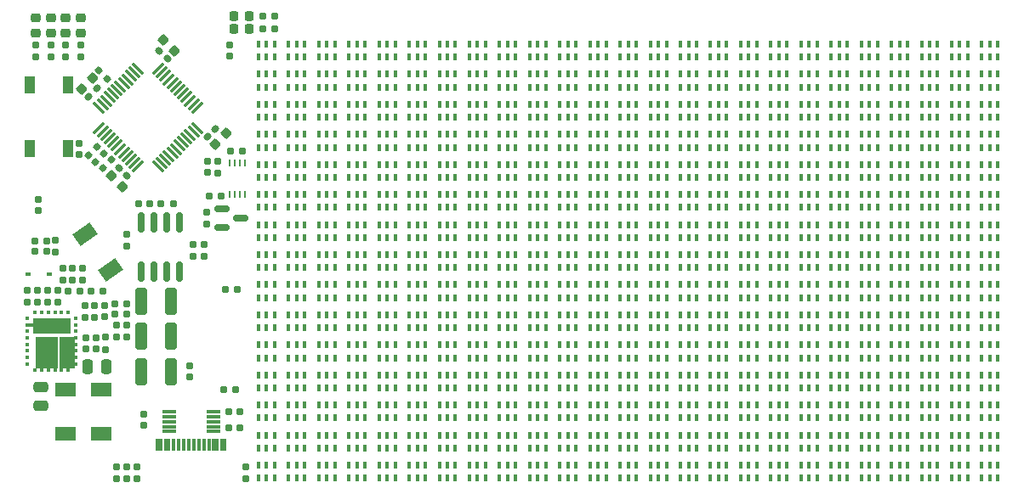
<source format=gbr>
%TF.GenerationSoftware,KiCad,Pcbnew,(5.99.0-12974-ge12f9a194d)*%
%TF.CreationDate,2021-11-26T19:34:27-08:00*%
%TF.ProjectId,LED_Addrs,4c45445f-4164-4647-9273-2e6b69636164,rev?*%
%TF.SameCoordinates,Original*%
%TF.FileFunction,Paste,Top*%
%TF.FilePolarity,Positive*%
%FSLAX46Y46*%
G04 Gerber Fmt 4.6, Leading zero omitted, Abs format (unit mm)*
G04 Created by KiCad (PCBNEW (5.99.0-12974-ge12f9a194d)) date 2021-11-26 19:34:27*
%MOMM*%
%LPD*%
G01*
G04 APERTURE LIST*
G04 Aperture macros list*
%AMRoundRect*
0 Rectangle with rounded corners*
0 $1 Rounding radius*
0 $2 $3 $4 $5 $6 $7 $8 $9 X,Y pos of 4 corners*
0 Add a 4 corners polygon primitive as box body*
4,1,4,$2,$3,$4,$5,$6,$7,$8,$9,$2,$3,0*
0 Add four circle primitives for the rounded corners*
1,1,$1+$1,$2,$3*
1,1,$1+$1,$4,$5*
1,1,$1+$1,$6,$7*
1,1,$1+$1,$8,$9*
0 Add four rect primitives between the rounded corners*
20,1,$1+$1,$2,$3,$4,$5,0*
20,1,$1+$1,$4,$5,$6,$7,0*
20,1,$1+$1,$6,$7,$8,$9,0*
20,1,$1+$1,$8,$9,$2,$3,0*%
%AMRotRect*
0 Rectangle, with rotation*
0 The origin of the aperture is its center*
0 $1 length*
0 $2 width*
0 $3 Rotation angle, in degrees counterclockwise*
0 Add horizontal line*
21,1,$1,$2,0,0,$3*%
%AMFreePoly0*
4,1,13,1.850000,-0.800000,-1.850000,-0.800000,-1.850000,-0.080000,-2.250000,-0.080000,-2.253536,-0.078536,-2.255000,-0.075000,-2.255000,0.225000,-2.253536,0.228536,-2.250000,0.230000,-1.850000,0.230000,-1.850000,0.800000,1.850000,0.800000,1.850000,-0.800000,1.850000,-0.800000,$1*%
%AMFreePoly1*
4,1,15,1.100000,0.005000,1.103536,0.003536,1.105000,0.000000,1.105000,-1.715000,1.103536,-1.718536,1.100000,-1.720000,-1.100000,-1.720000,-1.103536,-1.718536,-1.105000,-1.715000,-1.105000,0.000000,-1.103536,0.003536,-1.100000,0.005000,-1.100000,1.415000,1.100000,1.415000,1.100000,0.005000,1.100000,0.005000,$1*%
%AMFreePoly2*
4,1,13,0.903536,1.418536,0.905000,1.415000,0.905000,-1.715000,0.903536,-1.718536,0.900000,-1.720000,-0.600000,-1.720000,-0.603536,-1.718536,-0.605000,-1.715000,-0.605000,1.415000,-0.603536,1.418536,-0.600000,1.420000,0.900000,1.420000,0.903536,1.418536,0.903536,1.418536,$1*%
G04 Aperture macros list end*
%ADD10RoundRect,0.250000X0.475000X-0.250000X0.475000X0.250000X-0.475000X0.250000X-0.475000X-0.250000X0*%
%ADD11R,0.400000X0.700000*%
%ADD12RoundRect,0.160000X0.197500X0.160000X-0.197500X0.160000X-0.197500X-0.160000X0.197500X-0.160000X0*%
%ADD13RoundRect,0.160000X-0.160000X0.197500X-0.160000X-0.197500X0.160000X-0.197500X0.160000X0.197500X0*%
%ADD14RoundRect,0.218750X0.218750X0.256250X-0.218750X0.256250X-0.218750X-0.256250X0.218750X-0.256250X0*%
%ADD15RoundRect,0.155000X-0.212500X-0.155000X0.212500X-0.155000X0.212500X0.155000X-0.212500X0.155000X0*%
%ADD16RoundRect,0.160000X0.160000X-0.197500X0.160000X0.197500X-0.160000X0.197500X-0.160000X-0.197500X0*%
%ADD17RoundRect,0.160000X-0.026517X-0.252791X0.252791X0.026517X0.026517X0.252791X-0.252791X-0.026517X0*%
%ADD18RoundRect,0.160000X-0.197500X-0.160000X0.197500X-0.160000X0.197500X0.160000X-0.197500X0.160000X0*%
%ADD19RoundRect,0.155000X-0.155000X0.212500X-0.155000X-0.212500X0.155000X-0.212500X0.155000X0.212500X0*%
%ADD20RoundRect,0.160000X0.252791X-0.026517X-0.026517X0.252791X-0.252791X0.026517X0.026517X-0.252791X0*%
%ADD21R,1.400000X0.300000*%
%ADD22R,0.600000X0.450000*%
%ADD23RoundRect,0.155000X0.155000X-0.212500X0.155000X0.212500X-0.155000X0.212500X-0.155000X-0.212500X0*%
%ADD24R,0.400000X0.300000*%
%ADD25FreePoly0,0.000000*%
%ADD26FreePoly1,0.000000*%
%ADD27R,0.300000X0.400000*%
%ADD28FreePoly2,0.000000*%
%ADD29RoundRect,0.150000X-0.587500X-0.150000X0.587500X-0.150000X0.587500X0.150000X-0.587500X0.150000X0*%
%ADD30R,1.000000X1.700000*%
%ADD31RoundRect,0.155000X0.040659X0.259862X-0.259862X-0.040659X-0.040659X-0.259862X0.259862X0.040659X0*%
%ADD32R,2.100000X1.400000*%
%ADD33RoundRect,0.250000X0.325000X1.100000X-0.325000X1.100000X-0.325000X-1.100000X0.325000X-1.100000X0*%
%ADD34RoundRect,0.225000X-0.335876X-0.017678X-0.017678X-0.335876X0.335876X0.017678X0.017678X0.335876X0*%
%ADD35RotRect,1.400000X2.100000X305.000000*%
%ADD36RoundRect,0.250000X0.250000X0.475000X-0.250000X0.475000X-0.250000X-0.475000X0.250000X-0.475000X0*%
%ADD37RoundRect,0.218750X0.256250X-0.218750X0.256250X0.218750X-0.256250X0.218750X-0.256250X-0.218750X0*%
%ADD38RoundRect,0.225000X-0.017678X0.335876X-0.335876X0.017678X0.017678X-0.335876X0.335876X-0.017678X0*%
%ADD39RoundRect,0.155000X0.212500X0.155000X-0.212500X0.155000X-0.212500X-0.155000X0.212500X-0.155000X0*%
%ADD40RoundRect,0.218750X-0.218750X-0.256250X0.218750X-0.256250X0.218750X0.256250X-0.218750X0.256250X0*%
%ADD41RoundRect,0.155000X0.259862X-0.040659X-0.040659X0.259862X-0.259862X0.040659X0.040659X-0.259862X0*%
%ADD42RoundRect,0.155000X-0.259862X0.040659X0.040659X-0.259862X0.259862X-0.040659X-0.040659X0.259862X0*%
%ADD43R,0.300000X1.150000*%
%ADD44RoundRect,0.075000X-0.415425X-0.521491X0.521491X0.415425X0.415425X0.521491X-0.521491X-0.415425X0*%
%ADD45RoundRect,0.075000X0.415425X-0.521491X0.521491X-0.415425X-0.415425X0.521491X-0.521491X0.415425X0*%
%ADD46RoundRect,0.150000X0.150000X-0.825000X0.150000X0.825000X-0.150000X0.825000X-0.150000X-0.825000X0*%
%ADD47RoundRect,0.225000X0.335876X0.017678X0.017678X0.335876X-0.335876X-0.017678X-0.017678X-0.335876X0*%
%ADD48R,0.250000X0.750000*%
%ADD49RoundRect,0.160000X0.026517X0.252791X-0.252791X-0.026517X-0.026517X-0.252791X0.252791X0.026517X0*%
G04 APERTURE END LIST*
D10*
%TO.C,C410*%
X14500000Y-51450000D03*
X14500000Y-49550000D03*
%TD*%
D11*
%TO.C,D220*%
X94800000Y-39350000D03*
X94000000Y-39350000D03*
X93200000Y-39350000D03*
X93200000Y-40650000D03*
X94000000Y-40650000D03*
X94800000Y-40650000D03*
%TD*%
D12*
%TO.C,R29*%
X15097500Y-36000000D03*
X13902500Y-36000000D03*
%TD*%
D11*
%TO.C,D195*%
X94800000Y-36350000D03*
X94000000Y-36350000D03*
X93200000Y-36350000D03*
X93200000Y-37650000D03*
X94000000Y-37650000D03*
X94800000Y-37650000D03*
%TD*%
D13*
%TO.C,R6*%
X14000000Y-15402500D03*
X14000000Y-16597500D03*
%TD*%
D14*
%TO.C,D382*%
X35287500Y-12600000D03*
X33712500Y-12600000D03*
%TD*%
D11*
%TO.C,D151*%
X37800000Y-33350000D03*
X37000000Y-33350000D03*
X36200000Y-33350000D03*
X36200000Y-34650000D03*
X37000000Y-34650000D03*
X37800000Y-34650000D03*
%TD*%
%TO.C,D136*%
X67800000Y-30350000D03*
X67000000Y-30350000D03*
X66200000Y-30350000D03*
X66200000Y-31650000D03*
X67000000Y-31650000D03*
X67800000Y-31650000D03*
%TD*%
%TO.C,D62*%
X70800000Y-21350000D03*
X70000000Y-21350000D03*
X69200000Y-21350000D03*
X69200000Y-22650000D03*
X70000000Y-22650000D03*
X70800000Y-22650000D03*
%TD*%
%TO.C,D139*%
X76800000Y-30350000D03*
X76000000Y-30350000D03*
X75200000Y-30350000D03*
X75200000Y-31650000D03*
X76000000Y-31650000D03*
X76800000Y-31650000D03*
%TD*%
%TO.C,D327*%
X40800000Y-54350000D03*
X40000000Y-54350000D03*
X39200000Y-54350000D03*
X39200000Y-55650000D03*
X40000000Y-55650000D03*
X40800000Y-55650000D03*
%TD*%
D15*
%TO.C,C417*%
X21932500Y-41300000D03*
X23067500Y-41300000D03*
%TD*%
D11*
%TO.C,D354*%
X46800000Y-57350000D03*
X46000000Y-57350000D03*
X45200000Y-57350000D03*
X45200000Y-58650000D03*
X46000000Y-58650000D03*
X46800000Y-58650000D03*
%TD*%
D16*
%TO.C,R22*%
X16700000Y-38897500D03*
X16700000Y-37702500D03*
%TD*%
%TO.C,R35*%
X23100000Y-58697500D03*
X23100000Y-57502500D03*
%TD*%
D17*
%TO.C,R1*%
X19977504Y-27122496D03*
X20822496Y-26277504D03*
%TD*%
D11*
%TO.C,D187*%
X70800000Y-36350000D03*
X70000000Y-36350000D03*
X69200000Y-36350000D03*
X69200000Y-37650000D03*
X70000000Y-37650000D03*
X70800000Y-37650000D03*
%TD*%
%TO.C,D116*%
X82800000Y-27350000D03*
X82000000Y-27350000D03*
X81200000Y-27350000D03*
X81200000Y-28650000D03*
X82000000Y-28650000D03*
X82800000Y-28650000D03*
%TD*%
%TO.C,D270*%
X94800000Y-45350000D03*
X94000000Y-45350000D03*
X93200000Y-45350000D03*
X93200000Y-46650000D03*
X94000000Y-46650000D03*
X94800000Y-46650000D03*
%TD*%
%TO.C,D90*%
X79800000Y-24350000D03*
X79000000Y-24350000D03*
X78200000Y-24350000D03*
X78200000Y-25650000D03*
X79000000Y-25650000D03*
X79800000Y-25650000D03*
%TD*%
D13*
%TO.C,R31*%
X22100000Y-57502500D03*
X22100000Y-58697500D03*
%TD*%
D11*
%TO.C,D278*%
X43800000Y-48350000D03*
X43000000Y-48350000D03*
X42200000Y-48350000D03*
X42200000Y-49650000D03*
X43000000Y-49650000D03*
X43800000Y-49650000D03*
%TD*%
%TO.C,D216*%
X82800000Y-39350000D03*
X82000000Y-39350000D03*
X81200000Y-39350000D03*
X81200000Y-40650000D03*
X82000000Y-40650000D03*
X82800000Y-40650000D03*
%TD*%
D18*
%TO.C,R15*%
X32902500Y-39800000D03*
X34097500Y-39800000D03*
%TD*%
D11*
%TO.C,D360*%
X64800000Y-57350000D03*
X64000000Y-57350000D03*
X63200000Y-57350000D03*
X63200000Y-58650000D03*
X64000000Y-58650000D03*
X64800000Y-58650000D03*
%TD*%
%TO.C,D302*%
X40800000Y-51350000D03*
X40000000Y-51350000D03*
X39200000Y-51350000D03*
X39200000Y-52650000D03*
X40000000Y-52650000D03*
X40800000Y-52650000D03*
%TD*%
%TO.C,D335*%
X64800000Y-54350000D03*
X64000000Y-54350000D03*
X63200000Y-54350000D03*
X63200000Y-55650000D03*
X64000000Y-55650000D03*
X64800000Y-55650000D03*
%TD*%
%TO.C,D237*%
X70800000Y-42350000D03*
X70000000Y-42350000D03*
X69200000Y-42350000D03*
X69200000Y-43650000D03*
X70000000Y-43650000D03*
X70800000Y-43650000D03*
%TD*%
%TO.C,D196*%
X97800000Y-36350000D03*
X97000000Y-36350000D03*
X96200000Y-36350000D03*
X96200000Y-37650000D03*
X97000000Y-37650000D03*
X97800000Y-37650000D03*
%TD*%
%TO.C,D221*%
X97800000Y-39350000D03*
X97000000Y-39350000D03*
X96200000Y-39350000D03*
X96200000Y-40650000D03*
X97000000Y-40650000D03*
X97800000Y-40650000D03*
%TD*%
%TO.C,D155*%
X49800000Y-33350000D03*
X49000000Y-33350000D03*
X48200000Y-33350000D03*
X48200000Y-34650000D03*
X49000000Y-34650000D03*
X49800000Y-34650000D03*
%TD*%
%TO.C,D248*%
X103800000Y-42350000D03*
X103000000Y-42350000D03*
X102200000Y-42350000D03*
X102200000Y-43650000D03*
X103000000Y-43650000D03*
X103800000Y-43650000D03*
%TD*%
%TO.C,D134*%
X61800000Y-30350000D03*
X61000000Y-30350000D03*
X60200000Y-30350000D03*
X60200000Y-31650000D03*
X61000000Y-31650000D03*
X61800000Y-31650000D03*
%TD*%
%TO.C,D96*%
X97800000Y-24350000D03*
X97000000Y-24350000D03*
X96200000Y-24350000D03*
X96200000Y-25650000D03*
X97000000Y-25650000D03*
X97800000Y-25650000D03*
%TD*%
%TO.C,D241*%
X82800000Y-42350000D03*
X82000000Y-42350000D03*
X81200000Y-42350000D03*
X81200000Y-43650000D03*
X82000000Y-43650000D03*
X82800000Y-43650000D03*
%TD*%
D19*
%TO.C,C406*%
X17700000Y-37732500D03*
X17700000Y-38867500D03*
%TD*%
D11*
%TO.C,D337*%
X70800000Y-54350000D03*
X70000000Y-54350000D03*
X69200000Y-54350000D03*
X69200000Y-55650000D03*
X70000000Y-55650000D03*
X70800000Y-55650000D03*
%TD*%
%TO.C,D356*%
X52800000Y-57350000D03*
X52000000Y-57350000D03*
X51200000Y-57350000D03*
X51200000Y-58650000D03*
X52000000Y-58650000D03*
X52800000Y-58650000D03*
%TD*%
%TO.C,D184*%
X61800000Y-36350000D03*
X61000000Y-36350000D03*
X60200000Y-36350000D03*
X60200000Y-37650000D03*
X61000000Y-37650000D03*
X61800000Y-37650000D03*
%TD*%
D15*
%TO.C,C396*%
X33432500Y-26000000D03*
X34567500Y-26000000D03*
%TD*%
D18*
%TO.C,R16*%
X32702500Y-49800000D03*
X33897500Y-49800000D03*
%TD*%
D11*
%TO.C,D250*%
X109800000Y-42350000D03*
X109000000Y-42350000D03*
X108200000Y-42350000D03*
X108200000Y-43650000D03*
X109000000Y-43650000D03*
X109800000Y-43650000D03*
%TD*%
%TO.C,D83*%
X58800000Y-24350000D03*
X58000000Y-24350000D03*
X57200000Y-24350000D03*
X57200000Y-25650000D03*
X58000000Y-25650000D03*
X58800000Y-25650000D03*
%TD*%
D18*
%TO.C,R20*%
X36602500Y-12600000D03*
X37797500Y-12600000D03*
%TD*%
D11*
%TO.C,D249*%
X106800000Y-42350000D03*
X106000000Y-42350000D03*
X105200000Y-42350000D03*
X105200000Y-43650000D03*
X106000000Y-43650000D03*
X106800000Y-43650000D03*
%TD*%
D18*
%TO.C,R37*%
X36602500Y-13800000D03*
X37797500Y-13800000D03*
%TD*%
D11*
%TO.C,D160*%
X64800000Y-33350000D03*
X64000000Y-33350000D03*
X63200000Y-33350000D03*
X63200000Y-34650000D03*
X64000000Y-34650000D03*
X64800000Y-34650000D03*
%TD*%
%TO.C,D343*%
X88800000Y-54350000D03*
X88000000Y-54350000D03*
X87200000Y-54350000D03*
X87200000Y-55650000D03*
X88000000Y-55650000D03*
X88800000Y-55650000D03*
%TD*%
D20*
%TO.C,R8*%
X21122496Y-18822496D03*
X20277504Y-17977504D03*
%TD*%
D11*
%TO.C,D65*%
X79800000Y-21350000D03*
X79000000Y-21350000D03*
X78200000Y-21350000D03*
X78200000Y-22650000D03*
X79000000Y-22650000D03*
X79800000Y-22650000D03*
%TD*%
%TO.C,D300*%
X109800000Y-48350000D03*
X109000000Y-48350000D03*
X108200000Y-48350000D03*
X108200000Y-49650000D03*
X109000000Y-49650000D03*
X109800000Y-49650000D03*
%TD*%
%TO.C,D222*%
X100800000Y-39350000D03*
X100000000Y-39350000D03*
X99200000Y-39350000D03*
X99200000Y-40650000D03*
X100000000Y-40650000D03*
X100800000Y-40650000D03*
%TD*%
%TO.C,D111*%
X67800000Y-27350000D03*
X67000000Y-27350000D03*
X66200000Y-27350000D03*
X66200000Y-28650000D03*
X67000000Y-28650000D03*
X67800000Y-28650000D03*
%TD*%
%TO.C,D73*%
X103800000Y-21350000D03*
X103000000Y-21350000D03*
X102200000Y-21350000D03*
X102200000Y-22650000D03*
X103000000Y-22650000D03*
X103800000Y-22650000D03*
%TD*%
%TO.C,D137*%
X70800000Y-30350000D03*
X70000000Y-30350000D03*
X69200000Y-30350000D03*
X69200000Y-31650000D03*
X70000000Y-31650000D03*
X70800000Y-31650000D03*
%TD*%
%TO.C,D131*%
X52800000Y-30350000D03*
X52000000Y-30350000D03*
X51200000Y-30350000D03*
X51200000Y-31650000D03*
X52000000Y-31650000D03*
X52800000Y-31650000D03*
%TD*%
%TO.C,D194*%
X91800000Y-36350000D03*
X91000000Y-36350000D03*
X90200000Y-36350000D03*
X90200000Y-37650000D03*
X91000000Y-37650000D03*
X91800000Y-37650000D03*
%TD*%
%TO.C,D63*%
X73800000Y-21350000D03*
X73000000Y-21350000D03*
X72200000Y-21350000D03*
X72200000Y-22650000D03*
X73000000Y-22650000D03*
X73800000Y-22650000D03*
%TD*%
%TO.C,D214*%
X76800000Y-39350000D03*
X76000000Y-39350000D03*
X75200000Y-39350000D03*
X75200000Y-40650000D03*
X76000000Y-40650000D03*
X76800000Y-40650000D03*
%TD*%
%TO.C,D266*%
X82800000Y-45350000D03*
X82000000Y-45350000D03*
X81200000Y-45350000D03*
X81200000Y-46650000D03*
X82000000Y-46650000D03*
X82800000Y-46650000D03*
%TD*%
%TO.C,D34*%
X61800000Y-18350000D03*
X61000000Y-18350000D03*
X60200000Y-18350000D03*
X60200000Y-19650000D03*
X61000000Y-19650000D03*
X61800000Y-19650000D03*
%TD*%
%TO.C,D188*%
X73800000Y-36350000D03*
X73000000Y-36350000D03*
X72200000Y-36350000D03*
X72200000Y-37650000D03*
X73000000Y-37650000D03*
X73800000Y-37650000D03*
%TD*%
%TO.C,D176*%
X37800000Y-36350000D03*
X37000000Y-36350000D03*
X36200000Y-36350000D03*
X36200000Y-37650000D03*
X37000000Y-37650000D03*
X37800000Y-37650000D03*
%TD*%
%TO.C,D23*%
X103800000Y-15350000D03*
X103000000Y-15350000D03*
X102200000Y-15350000D03*
X102200000Y-16650000D03*
X103000000Y-16650000D03*
X103800000Y-16650000D03*
%TD*%
%TO.C,D314*%
X76800000Y-51350000D03*
X76000000Y-51350000D03*
X75200000Y-51350000D03*
X75200000Y-52650000D03*
X76000000Y-52650000D03*
X76800000Y-52650000D03*
%TD*%
%TO.C,D32*%
X55800000Y-18350000D03*
X55000000Y-18350000D03*
X54200000Y-18350000D03*
X54200000Y-19650000D03*
X55000000Y-19650000D03*
X55800000Y-19650000D03*
%TD*%
%TO.C,D76*%
X37800000Y-24350000D03*
X37000000Y-24350000D03*
X36200000Y-24350000D03*
X36200000Y-25650000D03*
X37000000Y-25650000D03*
X37800000Y-25650000D03*
%TD*%
%TO.C,D323*%
X103800000Y-51350000D03*
X103000000Y-51350000D03*
X102200000Y-51350000D03*
X102200000Y-52650000D03*
X103000000Y-52650000D03*
X103800000Y-52650000D03*
%TD*%
%TO.C,D297*%
X100800000Y-48350000D03*
X100000000Y-48350000D03*
X99200000Y-48350000D03*
X99200000Y-49650000D03*
X100000000Y-49650000D03*
X100800000Y-49650000D03*
%TD*%
%TO.C,D140*%
X79800000Y-30350000D03*
X79000000Y-30350000D03*
X78200000Y-30350000D03*
X78200000Y-31650000D03*
X79000000Y-31650000D03*
X79800000Y-31650000D03*
%TD*%
%TO.C,D342*%
X85800000Y-54350000D03*
X85000000Y-54350000D03*
X84200000Y-54350000D03*
X84200000Y-55650000D03*
X85000000Y-55650000D03*
X85800000Y-55650000D03*
%TD*%
%TO.C,D227*%
X40800000Y-42350000D03*
X40000000Y-42350000D03*
X39200000Y-42350000D03*
X39200000Y-43650000D03*
X40000000Y-43650000D03*
X40800000Y-43650000D03*
%TD*%
%TO.C,D199*%
X106800000Y-36350000D03*
X106000000Y-36350000D03*
X105200000Y-36350000D03*
X105200000Y-37650000D03*
X106000000Y-37650000D03*
X106800000Y-37650000D03*
%TD*%
%TO.C,D277*%
X40800000Y-48350000D03*
X40000000Y-48350000D03*
X39200000Y-48350000D03*
X39200000Y-49650000D03*
X40000000Y-49650000D03*
X40800000Y-49650000D03*
%TD*%
D21*
%TO.C,U2*%
X27300000Y-52000000D03*
X27300000Y-52500000D03*
X27300000Y-53000000D03*
X27300000Y-53500000D03*
X27300000Y-54000000D03*
X31700000Y-54000000D03*
X31700000Y-53500000D03*
X31700000Y-53000000D03*
X31700000Y-52500000D03*
X31700000Y-52000000D03*
%TD*%
D11*
%TO.C,D44*%
X91800000Y-18350000D03*
X91000000Y-18350000D03*
X90200000Y-18350000D03*
X90200000Y-19650000D03*
X91000000Y-19650000D03*
X91800000Y-19650000D03*
%TD*%
%TO.C,D170*%
X94800000Y-33350000D03*
X94000000Y-33350000D03*
X93200000Y-33350000D03*
X93200000Y-34650000D03*
X94000000Y-34650000D03*
X94800000Y-34650000D03*
%TD*%
%TO.C,D101*%
X37800000Y-27350000D03*
X37000000Y-27350000D03*
X36200000Y-27350000D03*
X36200000Y-28650000D03*
X37000000Y-28650000D03*
X37800000Y-28650000D03*
%TD*%
D13*
%TO.C,R12*%
X32100000Y-27002500D03*
X32100000Y-28197500D03*
%TD*%
D11*
%TO.C,D304*%
X46800000Y-51350000D03*
X46000000Y-51350000D03*
X45200000Y-51350000D03*
X45200000Y-52650000D03*
X46000000Y-52650000D03*
X46800000Y-52650000D03*
%TD*%
%TO.C,D16*%
X82800000Y-15350000D03*
X82000000Y-15350000D03*
X81200000Y-15350000D03*
X81200000Y-16650000D03*
X82000000Y-16650000D03*
X82800000Y-16650000D03*
%TD*%
%TO.C,D344*%
X91800000Y-54350000D03*
X91000000Y-54350000D03*
X90200000Y-54350000D03*
X90200000Y-55650000D03*
X91000000Y-55650000D03*
X91800000Y-55650000D03*
%TD*%
%TO.C,D371*%
X97800000Y-57350000D03*
X97000000Y-57350000D03*
X96200000Y-57350000D03*
X96200000Y-58650000D03*
X97000000Y-58650000D03*
X97800000Y-58650000D03*
%TD*%
%TO.C,D110*%
X64800000Y-27350000D03*
X64000000Y-27350000D03*
X63200000Y-27350000D03*
X63200000Y-28650000D03*
X64000000Y-28650000D03*
X64800000Y-28650000D03*
%TD*%
%TO.C,D28*%
X43800000Y-18350000D03*
X43000000Y-18350000D03*
X42200000Y-18350000D03*
X42200000Y-19650000D03*
X43000000Y-19650000D03*
X43800000Y-19650000D03*
%TD*%
%TO.C,D99*%
X106800000Y-24350000D03*
X106000000Y-24350000D03*
X105200000Y-24350000D03*
X105200000Y-25650000D03*
X106000000Y-25650000D03*
X106800000Y-25650000D03*
%TD*%
%TO.C,D267*%
X85800000Y-45350000D03*
X85000000Y-45350000D03*
X84200000Y-45350000D03*
X84200000Y-46650000D03*
X85000000Y-46650000D03*
X85800000Y-46650000D03*
%TD*%
%TO.C,D201*%
X37800000Y-39350000D03*
X37000000Y-39350000D03*
X36200000Y-39350000D03*
X36200000Y-40650000D03*
X37000000Y-40650000D03*
X37800000Y-40650000D03*
%TD*%
%TO.C,D336*%
X67800000Y-54350000D03*
X67000000Y-54350000D03*
X66200000Y-54350000D03*
X66200000Y-55650000D03*
X67000000Y-55650000D03*
X67800000Y-55650000D03*
%TD*%
%TO.C,D142*%
X85800000Y-30350000D03*
X85000000Y-30350000D03*
X84200000Y-30350000D03*
X84200000Y-31650000D03*
X85000000Y-31650000D03*
X85800000Y-31650000D03*
%TD*%
%TO.C,D94*%
X91800000Y-24350000D03*
X91000000Y-24350000D03*
X90200000Y-24350000D03*
X90200000Y-25650000D03*
X91000000Y-25650000D03*
X91800000Y-25650000D03*
%TD*%
%TO.C,D89*%
X76800000Y-24350000D03*
X76000000Y-24350000D03*
X75200000Y-24350000D03*
X75200000Y-25650000D03*
X76000000Y-25650000D03*
X76800000Y-25650000D03*
%TD*%
D22*
%TO.C,D384*%
X13250000Y-38300000D03*
X15350000Y-38300000D03*
%TD*%
D11*
%TO.C,D158*%
X58800000Y-33350000D03*
X58000000Y-33350000D03*
X57200000Y-33350000D03*
X57200000Y-34650000D03*
X58000000Y-34650000D03*
X58800000Y-34650000D03*
%TD*%
D16*
%TO.C,R36*%
X30800000Y-36497500D03*
X30800000Y-35302500D03*
%TD*%
D13*
%TO.C,R10*%
X24100000Y-57502500D03*
X24100000Y-58697500D03*
%TD*%
D11*
%TO.C,D374*%
X106800000Y-57350000D03*
X106000000Y-57350000D03*
X105200000Y-57350000D03*
X105200000Y-58650000D03*
X106000000Y-58650000D03*
X106800000Y-58650000D03*
%TD*%
%TO.C,D95*%
X94800000Y-24350000D03*
X94000000Y-24350000D03*
X93200000Y-24350000D03*
X93200000Y-25650000D03*
X94000000Y-25650000D03*
X94800000Y-25650000D03*
%TD*%
%TO.C,D261*%
X67800000Y-45350000D03*
X67000000Y-45350000D03*
X66200000Y-45350000D03*
X66200000Y-46650000D03*
X67000000Y-46650000D03*
X67800000Y-46650000D03*
%TD*%
D13*
%TO.C,R3*%
X18500000Y-15402500D03*
X18500000Y-16597500D03*
%TD*%
D11*
%TO.C,D373*%
X103800000Y-57350000D03*
X103000000Y-57350000D03*
X102200000Y-57350000D03*
X102200000Y-58650000D03*
X103000000Y-58650000D03*
X103800000Y-58650000D03*
%TD*%
%TO.C,D181*%
X52800000Y-36350000D03*
X52000000Y-36350000D03*
X51200000Y-36350000D03*
X51200000Y-37650000D03*
X52000000Y-37650000D03*
X52800000Y-37650000D03*
%TD*%
%TO.C,D235*%
X64800000Y-42350000D03*
X64000000Y-42350000D03*
X63200000Y-42350000D03*
X63200000Y-43650000D03*
X64000000Y-43650000D03*
X64800000Y-43650000D03*
%TD*%
%TO.C,D319*%
X91800000Y-51350000D03*
X91000000Y-51350000D03*
X90200000Y-51350000D03*
X90200000Y-52650000D03*
X91000000Y-52650000D03*
X91800000Y-52650000D03*
%TD*%
%TO.C,D29*%
X46800000Y-18350000D03*
X46000000Y-18350000D03*
X45200000Y-18350000D03*
X45200000Y-19650000D03*
X46000000Y-19650000D03*
X46800000Y-19650000D03*
%TD*%
D12*
%TO.C,R23*%
X27697500Y-31300000D03*
X26502500Y-31300000D03*
%TD*%
D11*
%TO.C,D75*%
X109800000Y-21350000D03*
X109000000Y-21350000D03*
X108200000Y-21350000D03*
X108200000Y-22650000D03*
X109000000Y-22650000D03*
X109800000Y-22650000D03*
%TD*%
D23*
%TO.C,C405*%
X20900000Y-42567500D03*
X20900000Y-41432500D03*
%TD*%
D24*
%TO.C,U6*%
X13200000Y-42710000D03*
D25*
X15600000Y-43435000D03*
D24*
X13200000Y-43360000D03*
X13200000Y-44010000D03*
X13200000Y-44660000D03*
X13200000Y-45310000D03*
X13200000Y-45960000D03*
X13200000Y-46610000D03*
X13200000Y-47260000D03*
D26*
X15100000Y-46000000D03*
D27*
X13975000Y-47885000D03*
X14625000Y-47885000D03*
X15275000Y-47885000D03*
X15925000Y-47885000D03*
D28*
X17000000Y-46000000D03*
D27*
X16575000Y-47885000D03*
X17225000Y-47885000D03*
D24*
X18000000Y-47260000D03*
X18000000Y-46610000D03*
X18000000Y-45960000D03*
X18000000Y-45310000D03*
X18000000Y-44660000D03*
X18000000Y-44010000D03*
X18000000Y-43360000D03*
X18000000Y-42710000D03*
D27*
X17225000Y-42085000D03*
X16575000Y-42085000D03*
X15925000Y-42085000D03*
X15275000Y-42085000D03*
X14625000Y-42085000D03*
X13975000Y-42085000D03*
%TD*%
D11*
%TO.C,D172*%
X100800000Y-33350000D03*
X100000000Y-33350000D03*
X99200000Y-33350000D03*
X99200000Y-34650000D03*
X100000000Y-34650000D03*
X100800000Y-34650000D03*
%TD*%
D29*
%TO.C,Q1*%
X32562500Y-31750000D03*
X32562500Y-33650000D03*
X34437500Y-32700000D03*
%TD*%
D19*
%TO.C,C411*%
X19000000Y-44632500D03*
X19000000Y-45767500D03*
%TD*%
D11*
%TO.C,D27*%
X40800000Y-18350000D03*
X40000000Y-18350000D03*
X39200000Y-18350000D03*
X39200000Y-19650000D03*
X40000000Y-19650000D03*
X40800000Y-19650000D03*
%TD*%
%TO.C,D149*%
X106800000Y-30350000D03*
X106000000Y-30350000D03*
X105200000Y-30350000D03*
X105200000Y-31650000D03*
X106000000Y-31650000D03*
X106800000Y-31650000D03*
%TD*%
%TO.C,D351*%
X37800000Y-57350000D03*
X37000000Y-57350000D03*
X36200000Y-57350000D03*
X36200000Y-58650000D03*
X37000000Y-58650000D03*
X37800000Y-58650000D03*
%TD*%
%TO.C,D105*%
X49800000Y-27350000D03*
X49000000Y-27350000D03*
X48200000Y-27350000D03*
X48200000Y-28650000D03*
X49000000Y-28650000D03*
X49800000Y-28650000D03*
%TD*%
%TO.C,D292*%
X85800000Y-48350000D03*
X85000000Y-48350000D03*
X84200000Y-48350000D03*
X84200000Y-49650000D03*
X85000000Y-49650000D03*
X85800000Y-49650000D03*
%TD*%
D12*
%TO.C,R19*%
X20697500Y-40000000D03*
X19502500Y-40000000D03*
%TD*%
D11*
%TO.C,D284*%
X61800000Y-48350000D03*
X61000000Y-48350000D03*
X60200000Y-48350000D03*
X60200000Y-49650000D03*
X61000000Y-49650000D03*
X61800000Y-49650000D03*
%TD*%
%TO.C,D115*%
X79800000Y-27350000D03*
X79000000Y-27350000D03*
X78200000Y-27350000D03*
X78200000Y-28650000D03*
X79000000Y-28650000D03*
X79800000Y-28650000D03*
%TD*%
D30*
%TO.C,SW1*%
X13400000Y-19450000D03*
X13400000Y-25750000D03*
X17200000Y-19450000D03*
X17200000Y-25750000D03*
%TD*%
D11*
%TO.C,D215*%
X79800000Y-39350000D03*
X79000000Y-39350000D03*
X78200000Y-39350000D03*
X78200000Y-40650000D03*
X79000000Y-40650000D03*
X79800000Y-40650000D03*
%TD*%
%TO.C,D168*%
X88800000Y-33350000D03*
X88000000Y-33350000D03*
X87200000Y-33350000D03*
X87200000Y-34650000D03*
X88000000Y-34650000D03*
X88800000Y-34650000D03*
%TD*%
%TO.C,D38*%
X73800000Y-18350000D03*
X73000000Y-18350000D03*
X72200000Y-18350000D03*
X72200000Y-19650000D03*
X73000000Y-19650000D03*
X73800000Y-19650000D03*
%TD*%
%TO.C,D21*%
X97800000Y-15350000D03*
X97000000Y-15350000D03*
X96200000Y-15350000D03*
X96200000Y-16650000D03*
X97000000Y-16650000D03*
X97800000Y-16650000D03*
%TD*%
D31*
%TO.C,C376*%
X31901283Y-23798717D03*
X31098717Y-24601283D03*
%TD*%
D11*
%TO.C,D180*%
X49800000Y-36350000D03*
X49000000Y-36350000D03*
X48200000Y-36350000D03*
X48200000Y-37650000D03*
X49000000Y-37650000D03*
X49800000Y-37650000D03*
%TD*%
%TO.C,D291*%
X82800000Y-48350000D03*
X82000000Y-48350000D03*
X81200000Y-48350000D03*
X81200000Y-49650000D03*
X82000000Y-49650000D03*
X82800000Y-49650000D03*
%TD*%
%TO.C,D148*%
X103800000Y-30350000D03*
X103000000Y-30350000D03*
X102200000Y-30350000D03*
X102200000Y-31650000D03*
X103000000Y-31650000D03*
X103800000Y-31650000D03*
%TD*%
%TO.C,D60*%
X64800000Y-21350000D03*
X64000000Y-21350000D03*
X63200000Y-21350000D03*
X63200000Y-22650000D03*
X64000000Y-22650000D03*
X64800000Y-22650000D03*
%TD*%
%TO.C,D295*%
X94800000Y-48350000D03*
X94000000Y-48350000D03*
X93200000Y-48350000D03*
X93200000Y-49650000D03*
X94000000Y-49650000D03*
X94800000Y-49650000D03*
%TD*%
D13*
%TO.C,R33*%
X16200000Y-39902500D03*
X16200000Y-41097500D03*
%TD*%
D11*
%TO.C,D133*%
X58800000Y-30350000D03*
X58000000Y-30350000D03*
X57200000Y-30350000D03*
X57200000Y-31650000D03*
X58000000Y-31650000D03*
X58800000Y-31650000D03*
%TD*%
%TO.C,D272*%
X100800000Y-45350000D03*
X100000000Y-45350000D03*
X99200000Y-45350000D03*
X99200000Y-46650000D03*
X100000000Y-46650000D03*
X100800000Y-46650000D03*
%TD*%
D32*
%TO.C,D380*%
X20500000Y-49800000D03*
X20500000Y-54200000D03*
%TD*%
D13*
%TO.C,R11*%
X34900000Y-57502500D03*
X34900000Y-58697500D03*
%TD*%
D33*
%TO.C,C413*%
X27475000Y-48000000D03*
X24525000Y-48000000D03*
%TD*%
D11*
%TO.C,D359*%
X61800000Y-57350000D03*
X61000000Y-57350000D03*
X60200000Y-57350000D03*
X60200000Y-58650000D03*
X61000000Y-58650000D03*
X61800000Y-58650000D03*
%TD*%
%TO.C,D331*%
X52800000Y-54350000D03*
X52000000Y-54350000D03*
X51200000Y-54350000D03*
X51200000Y-55650000D03*
X52000000Y-55650000D03*
X52800000Y-55650000D03*
%TD*%
%TO.C,D333*%
X58800000Y-54350000D03*
X58000000Y-54350000D03*
X57200000Y-54350000D03*
X57200000Y-55650000D03*
X58000000Y-55650000D03*
X58800000Y-55650000D03*
%TD*%
%TO.C,D264*%
X76800000Y-45350000D03*
X76000000Y-45350000D03*
X75200000Y-45350000D03*
X75200000Y-46650000D03*
X76000000Y-46650000D03*
X76800000Y-46650000D03*
%TD*%
%TO.C,D113*%
X73800000Y-27350000D03*
X73000000Y-27350000D03*
X72200000Y-27350000D03*
X72200000Y-28650000D03*
X73000000Y-28650000D03*
X73800000Y-28650000D03*
%TD*%
%TO.C,D15*%
X79800000Y-15350000D03*
X79000000Y-15350000D03*
X78200000Y-15350000D03*
X78200000Y-16650000D03*
X79000000Y-16650000D03*
X79800000Y-16650000D03*
%TD*%
%TO.C,D209*%
X61800000Y-39350000D03*
X61000000Y-39350000D03*
X60200000Y-39350000D03*
X60200000Y-40650000D03*
X61000000Y-40650000D03*
X61800000Y-40650000D03*
%TD*%
D15*
%TO.C,C408*%
X24232500Y-31300000D03*
X25367500Y-31300000D03*
%TD*%
D11*
%TO.C,D294*%
X91800000Y-48350000D03*
X91000000Y-48350000D03*
X90200000Y-48350000D03*
X90200000Y-49650000D03*
X91000000Y-49650000D03*
X91800000Y-49650000D03*
%TD*%
%TO.C,D54*%
X46800000Y-21350000D03*
X46000000Y-21350000D03*
X45200000Y-21350000D03*
X45200000Y-22650000D03*
X46000000Y-22650000D03*
X46800000Y-22650000D03*
%TD*%
%TO.C,D22*%
X100800000Y-15350000D03*
X100000000Y-15350000D03*
X99200000Y-15350000D03*
X99200000Y-16650000D03*
X100000000Y-16650000D03*
X100800000Y-16650000D03*
%TD*%
%TO.C,D338*%
X73800000Y-54350000D03*
X73000000Y-54350000D03*
X72200000Y-54350000D03*
X72200000Y-55650000D03*
X73000000Y-55650000D03*
X73800000Y-55650000D03*
%TD*%
%TO.C,D19*%
X91800000Y-15350000D03*
X91000000Y-15350000D03*
X90200000Y-15350000D03*
X90200000Y-16650000D03*
X91000000Y-16650000D03*
X91800000Y-16650000D03*
%TD*%
%TO.C,D226*%
X37800000Y-42350000D03*
X37000000Y-42350000D03*
X36200000Y-42350000D03*
X36200000Y-43650000D03*
X37000000Y-43650000D03*
X37800000Y-43650000D03*
%TD*%
%TO.C,D253*%
X43800000Y-45350000D03*
X43000000Y-45350000D03*
X42200000Y-45350000D03*
X42200000Y-46650000D03*
X43000000Y-46650000D03*
X43800000Y-46650000D03*
%TD*%
%TO.C,D350*%
X109800000Y-54350000D03*
X109000000Y-54350000D03*
X108200000Y-54350000D03*
X108200000Y-55650000D03*
X109000000Y-55650000D03*
X109800000Y-55650000D03*
%TD*%
%TO.C,D276*%
X37800000Y-48350000D03*
X37000000Y-48350000D03*
X36200000Y-48350000D03*
X36200000Y-49650000D03*
X37000000Y-49650000D03*
X37800000Y-49650000D03*
%TD*%
%TO.C,D4*%
X46800000Y-15350000D03*
X46000000Y-15350000D03*
X45200000Y-15350000D03*
X45200000Y-16650000D03*
X46000000Y-16650000D03*
X46800000Y-16650000D03*
%TD*%
%TO.C,D303*%
X43800000Y-51350000D03*
X43000000Y-51350000D03*
X42200000Y-51350000D03*
X42200000Y-52650000D03*
X43000000Y-52650000D03*
X43800000Y-52650000D03*
%TD*%
%TO.C,D283*%
X58800000Y-48350000D03*
X58000000Y-48350000D03*
X57200000Y-48350000D03*
X57200000Y-49650000D03*
X58000000Y-49650000D03*
X58800000Y-49650000D03*
%TD*%
D32*
%TO.C,D383*%
X17000000Y-49800000D03*
X17000000Y-54200000D03*
%TD*%
D11*
%TO.C,D254*%
X46800000Y-45350000D03*
X46000000Y-45350000D03*
X45200000Y-45350000D03*
X45200000Y-46650000D03*
X46000000Y-46650000D03*
X46800000Y-46650000D03*
%TD*%
%TO.C,D147*%
X100800000Y-30350000D03*
X100000000Y-30350000D03*
X99200000Y-30350000D03*
X99200000Y-31650000D03*
X100000000Y-31650000D03*
X100800000Y-31650000D03*
%TD*%
%TO.C,D178*%
X43800000Y-36350000D03*
X43000000Y-36350000D03*
X42200000Y-36350000D03*
X42200000Y-37650000D03*
X43000000Y-37650000D03*
X43800000Y-37650000D03*
%TD*%
%TO.C,D88*%
X73800000Y-24350000D03*
X73000000Y-24350000D03*
X72200000Y-24350000D03*
X72200000Y-25650000D03*
X73000000Y-25650000D03*
X73800000Y-25650000D03*
%TD*%
D34*
%TO.C,C381*%
X26751992Y-14951992D03*
X27848008Y-16048008D03*
%TD*%
D23*
%TO.C,C388*%
X33300000Y-16567500D03*
X33300000Y-15432500D03*
%TD*%
%TO.C,C401*%
X14300000Y-31967500D03*
X14300000Y-30832500D03*
%TD*%
D11*
%TO.C,D42*%
X85800000Y-18350000D03*
X85000000Y-18350000D03*
X84200000Y-18350000D03*
X84200000Y-19650000D03*
X85000000Y-19650000D03*
X85800000Y-19650000D03*
%TD*%
D35*
%TO.C,D381*%
X18938132Y-34297866D03*
X21461868Y-37902134D03*
%TD*%
D13*
%TO.C,R5*%
X15500000Y-15402500D03*
X15500000Y-16597500D03*
%TD*%
D11*
%TO.C,D146*%
X97800000Y-30350000D03*
X97000000Y-30350000D03*
X96200000Y-30350000D03*
X96200000Y-31650000D03*
X97000000Y-31650000D03*
X97800000Y-31650000D03*
%TD*%
%TO.C,D77*%
X40800000Y-24350000D03*
X40000000Y-24350000D03*
X39200000Y-24350000D03*
X39200000Y-25650000D03*
X40000000Y-25650000D03*
X40800000Y-25650000D03*
%TD*%
%TO.C,D238*%
X73800000Y-42350000D03*
X73000000Y-42350000D03*
X72200000Y-42350000D03*
X72200000Y-43650000D03*
X73000000Y-43650000D03*
X73800000Y-43650000D03*
%TD*%
%TO.C,D177*%
X40800000Y-36350000D03*
X40000000Y-36350000D03*
X39200000Y-36350000D03*
X39200000Y-37650000D03*
X40000000Y-37650000D03*
X40800000Y-37650000D03*
%TD*%
%TO.C,D24*%
X106800000Y-15350000D03*
X106000000Y-15350000D03*
X105200000Y-15350000D03*
X105200000Y-16650000D03*
X106000000Y-16650000D03*
X106800000Y-16650000D03*
%TD*%
%TO.C,D210*%
X64800000Y-39350000D03*
X64000000Y-39350000D03*
X63200000Y-39350000D03*
X63200000Y-40650000D03*
X64000000Y-40650000D03*
X64800000Y-40650000D03*
%TD*%
D36*
%TO.C,C409*%
X21050000Y-47500000D03*
X19150000Y-47500000D03*
%TD*%
D11*
%TO.C,D37*%
X70800000Y-18350000D03*
X70000000Y-18350000D03*
X69200000Y-18350000D03*
X69200000Y-19650000D03*
X70000000Y-19650000D03*
X70800000Y-19650000D03*
%TD*%
%TO.C,D347*%
X100800000Y-54350000D03*
X100000000Y-54350000D03*
X99200000Y-54350000D03*
X99200000Y-55650000D03*
X100000000Y-55650000D03*
X100800000Y-55650000D03*
%TD*%
D37*
%TO.C,D376*%
X18500000Y-14287500D03*
X18500000Y-12712500D03*
%TD*%
D11*
%TO.C,D185*%
X64800000Y-36350000D03*
X64000000Y-36350000D03*
X63200000Y-36350000D03*
X63200000Y-37650000D03*
X64000000Y-37650000D03*
X64800000Y-37650000D03*
%TD*%
%TO.C,D206*%
X52800000Y-39350000D03*
X52000000Y-39350000D03*
X51200000Y-39350000D03*
X51200000Y-40650000D03*
X52000000Y-40650000D03*
X52800000Y-40650000D03*
%TD*%
%TO.C,D52*%
X40800000Y-21350000D03*
X40000000Y-21350000D03*
X39200000Y-21350000D03*
X39200000Y-22650000D03*
X40000000Y-22650000D03*
X40800000Y-22650000D03*
%TD*%
%TO.C,D205*%
X49800000Y-39350000D03*
X49000000Y-39350000D03*
X48200000Y-39350000D03*
X48200000Y-40650000D03*
X49000000Y-40650000D03*
X49800000Y-40650000D03*
%TD*%
%TO.C,D12*%
X70800000Y-15350000D03*
X70000000Y-15350000D03*
X69200000Y-15350000D03*
X69200000Y-16650000D03*
X70000000Y-16650000D03*
X70800000Y-16650000D03*
%TD*%
%TO.C,D200*%
X109800000Y-36350000D03*
X109000000Y-36350000D03*
X108200000Y-36350000D03*
X108200000Y-37650000D03*
X109000000Y-37650000D03*
X109800000Y-37650000D03*
%TD*%
%TO.C,D74*%
X106800000Y-21350000D03*
X106000000Y-21350000D03*
X105200000Y-21350000D03*
X105200000Y-22650000D03*
X106000000Y-22650000D03*
X106800000Y-22650000D03*
%TD*%
%TO.C,D128*%
X43800000Y-30350000D03*
X43000000Y-30350000D03*
X42200000Y-30350000D03*
X42200000Y-31650000D03*
X43000000Y-31650000D03*
X43800000Y-31650000D03*
%TD*%
%TO.C,D8*%
X58800000Y-15350000D03*
X58000000Y-15350000D03*
X57200000Y-15350000D03*
X57200000Y-16650000D03*
X58000000Y-16650000D03*
X58800000Y-16650000D03*
%TD*%
%TO.C,D317*%
X85800000Y-51350000D03*
X85000000Y-51350000D03*
X84200000Y-51350000D03*
X84200000Y-52650000D03*
X85000000Y-52650000D03*
X85800000Y-52650000D03*
%TD*%
%TO.C,D330*%
X49800000Y-54350000D03*
X49000000Y-54350000D03*
X48200000Y-54350000D03*
X48200000Y-55650000D03*
X49000000Y-55650000D03*
X49800000Y-55650000D03*
%TD*%
%TO.C,D118*%
X88800000Y-27350000D03*
X88000000Y-27350000D03*
X87200000Y-27350000D03*
X87200000Y-28650000D03*
X88000000Y-28650000D03*
X88800000Y-28650000D03*
%TD*%
%TO.C,D121*%
X97800000Y-27350000D03*
X97000000Y-27350000D03*
X96200000Y-27350000D03*
X96200000Y-28650000D03*
X97000000Y-28650000D03*
X97800000Y-28650000D03*
%TD*%
%TO.C,D308*%
X58800000Y-51350000D03*
X58000000Y-51350000D03*
X57200000Y-51350000D03*
X57200000Y-52650000D03*
X58000000Y-52650000D03*
X58800000Y-52650000D03*
%TD*%
%TO.C,D159*%
X61800000Y-33350000D03*
X61000000Y-33350000D03*
X60200000Y-33350000D03*
X60200000Y-34650000D03*
X61000000Y-34650000D03*
X61800000Y-34650000D03*
%TD*%
%TO.C,D78*%
X43800000Y-24350000D03*
X43000000Y-24350000D03*
X42200000Y-24350000D03*
X42200000Y-25650000D03*
X43000000Y-25650000D03*
X43800000Y-25650000D03*
%TD*%
%TO.C,D174*%
X106800000Y-33350000D03*
X106000000Y-33350000D03*
X105200000Y-33350000D03*
X105200000Y-34650000D03*
X106000000Y-34650000D03*
X106800000Y-34650000D03*
%TD*%
%TO.C,D166*%
X82800000Y-33350000D03*
X82000000Y-33350000D03*
X81200000Y-33350000D03*
X81200000Y-34650000D03*
X82000000Y-34650000D03*
X82800000Y-34650000D03*
%TD*%
%TO.C,D244*%
X91800000Y-42350000D03*
X91000000Y-42350000D03*
X90200000Y-42350000D03*
X90200000Y-43650000D03*
X91000000Y-43650000D03*
X91800000Y-43650000D03*
%TD*%
%TO.C,D243*%
X88800000Y-42350000D03*
X88000000Y-42350000D03*
X87200000Y-42350000D03*
X87200000Y-43650000D03*
X88000000Y-43650000D03*
X88800000Y-43650000D03*
%TD*%
%TO.C,D107*%
X55800000Y-27350000D03*
X55000000Y-27350000D03*
X54200000Y-27350000D03*
X54200000Y-28650000D03*
X55000000Y-28650000D03*
X55800000Y-28650000D03*
%TD*%
%TO.C,D258*%
X58800000Y-45350000D03*
X58000000Y-45350000D03*
X57200000Y-45350000D03*
X57200000Y-46650000D03*
X58000000Y-46650000D03*
X58800000Y-46650000D03*
%TD*%
%TO.C,D290*%
X79800000Y-48350000D03*
X79000000Y-48350000D03*
X78200000Y-48350000D03*
X78200000Y-49650000D03*
X79000000Y-49650000D03*
X79800000Y-49650000D03*
%TD*%
%TO.C,D255*%
X49800000Y-45350000D03*
X49000000Y-45350000D03*
X48200000Y-45350000D03*
X48200000Y-46650000D03*
X49000000Y-46650000D03*
X49800000Y-46650000D03*
%TD*%
%TO.C,D189*%
X76800000Y-36350000D03*
X76000000Y-36350000D03*
X75200000Y-36350000D03*
X75200000Y-37650000D03*
X76000000Y-37650000D03*
X76800000Y-37650000D03*
%TD*%
%TO.C,D232*%
X55800000Y-42350000D03*
X55000000Y-42350000D03*
X54200000Y-42350000D03*
X54200000Y-43650000D03*
X55000000Y-43650000D03*
X55800000Y-43650000D03*
%TD*%
%TO.C,D271*%
X97800000Y-45350000D03*
X97000000Y-45350000D03*
X96200000Y-45350000D03*
X96200000Y-46650000D03*
X97000000Y-46650000D03*
X97800000Y-46650000D03*
%TD*%
D13*
%TO.C,R4*%
X17000000Y-15402500D03*
X17000000Y-16597500D03*
%TD*%
D11*
%TO.C,D299*%
X106800000Y-48350000D03*
X106000000Y-48350000D03*
X105200000Y-48350000D03*
X105200000Y-49650000D03*
X106000000Y-49650000D03*
X106800000Y-49650000D03*
%TD*%
D16*
%TO.C,R27*%
X22100000Y-44597500D03*
X22100000Y-43402500D03*
%TD*%
D11*
%TO.C,D287*%
X70800000Y-48350000D03*
X70000000Y-48350000D03*
X69200000Y-48350000D03*
X69200000Y-49650000D03*
X70000000Y-49650000D03*
X70800000Y-49650000D03*
%TD*%
%TO.C,D191*%
X82800000Y-36350000D03*
X82000000Y-36350000D03*
X81200000Y-36350000D03*
X81200000Y-37650000D03*
X82000000Y-37650000D03*
X82800000Y-37650000D03*
%TD*%
%TO.C,D229*%
X46800000Y-42350000D03*
X46000000Y-42350000D03*
X45200000Y-42350000D03*
X45200000Y-43650000D03*
X46000000Y-43650000D03*
X46800000Y-43650000D03*
%TD*%
%TO.C,D7*%
X55800000Y-15350000D03*
X55000000Y-15350000D03*
X54200000Y-15350000D03*
X54200000Y-16650000D03*
X55000000Y-16650000D03*
X55800000Y-16650000D03*
%TD*%
D15*
%TO.C,C416*%
X21932500Y-42300000D03*
X23067500Y-42300000D03*
%TD*%
D11*
%TO.C,D157*%
X55800000Y-33350000D03*
X55000000Y-33350000D03*
X54200000Y-33350000D03*
X54200000Y-34650000D03*
X55000000Y-34650000D03*
X55800000Y-34650000D03*
%TD*%
%TO.C,D3*%
X43800000Y-15350000D03*
X43000000Y-15350000D03*
X42200000Y-15350000D03*
X42200000Y-16650000D03*
X43000000Y-16650000D03*
X43800000Y-16650000D03*
%TD*%
D38*
%TO.C,C377*%
X32948008Y-24251992D03*
X31851992Y-25348008D03*
%TD*%
D11*
%TO.C,D320*%
X94800000Y-51350000D03*
X94000000Y-51350000D03*
X93200000Y-51350000D03*
X93200000Y-52650000D03*
X94000000Y-52650000D03*
X94800000Y-52650000D03*
%TD*%
%TO.C,D119*%
X91800000Y-27350000D03*
X91000000Y-27350000D03*
X90200000Y-27350000D03*
X90200000Y-28650000D03*
X91000000Y-28650000D03*
X91800000Y-28650000D03*
%TD*%
%TO.C,D117*%
X85800000Y-27350000D03*
X85000000Y-27350000D03*
X84200000Y-27350000D03*
X84200000Y-28650000D03*
X85000000Y-28650000D03*
X85800000Y-28650000D03*
%TD*%
%TO.C,D309*%
X61800000Y-51350000D03*
X61000000Y-51350000D03*
X60200000Y-51350000D03*
X60200000Y-52650000D03*
X61000000Y-52650000D03*
X61800000Y-52650000D03*
%TD*%
%TO.C,D156*%
X52800000Y-33350000D03*
X52000000Y-33350000D03*
X51200000Y-33350000D03*
X51200000Y-34650000D03*
X52000000Y-34650000D03*
X52800000Y-34650000D03*
%TD*%
%TO.C,D144*%
X91800000Y-30350000D03*
X91000000Y-30350000D03*
X90200000Y-30350000D03*
X90200000Y-31650000D03*
X91000000Y-31650000D03*
X91800000Y-31650000D03*
%TD*%
%TO.C,D64*%
X76800000Y-21350000D03*
X76000000Y-21350000D03*
X75200000Y-21350000D03*
X75200000Y-22650000D03*
X76000000Y-22650000D03*
X76800000Y-22650000D03*
%TD*%
%TO.C,D198*%
X103800000Y-36350000D03*
X103000000Y-36350000D03*
X102200000Y-36350000D03*
X102200000Y-37650000D03*
X103000000Y-37650000D03*
X103800000Y-37650000D03*
%TD*%
%TO.C,D349*%
X106800000Y-54350000D03*
X106000000Y-54350000D03*
X105200000Y-54350000D03*
X105200000Y-55650000D03*
X106000000Y-55650000D03*
X106800000Y-55650000D03*
%TD*%
%TO.C,D30*%
X49800000Y-18350000D03*
X49000000Y-18350000D03*
X48200000Y-18350000D03*
X48200000Y-19650000D03*
X49000000Y-19650000D03*
X49800000Y-19650000D03*
%TD*%
D33*
%TO.C,C414*%
X27475000Y-44500000D03*
X24525000Y-44500000D03*
%TD*%
D11*
%TO.C,D98*%
X103800000Y-24350000D03*
X103000000Y-24350000D03*
X102200000Y-24350000D03*
X102200000Y-25650000D03*
X103000000Y-25650000D03*
X103800000Y-25650000D03*
%TD*%
%TO.C,D103*%
X43800000Y-27350000D03*
X43000000Y-27350000D03*
X42200000Y-27350000D03*
X42200000Y-28650000D03*
X43000000Y-28650000D03*
X43800000Y-28650000D03*
%TD*%
%TO.C,D14*%
X76800000Y-15350000D03*
X76000000Y-15350000D03*
X75200000Y-15350000D03*
X75200000Y-16650000D03*
X76000000Y-16650000D03*
X76800000Y-16650000D03*
%TD*%
%TO.C,D169*%
X91800000Y-33350000D03*
X91000000Y-33350000D03*
X90200000Y-33350000D03*
X90200000Y-34650000D03*
X91000000Y-34650000D03*
X91800000Y-34650000D03*
%TD*%
%TO.C,D225*%
X109800000Y-39350000D03*
X109000000Y-39350000D03*
X108200000Y-39350000D03*
X108200000Y-40650000D03*
X109000000Y-40650000D03*
X109800000Y-40650000D03*
%TD*%
D39*
%TO.C,C394*%
X34367500Y-53600000D03*
X33232500Y-53600000D03*
%TD*%
D11*
%TO.C,D129*%
X46800000Y-30350000D03*
X46000000Y-30350000D03*
X45200000Y-30350000D03*
X45200000Y-31650000D03*
X46000000Y-31650000D03*
X46800000Y-31650000D03*
%TD*%
%TO.C,D97*%
X100800000Y-24350000D03*
X100000000Y-24350000D03*
X99200000Y-24350000D03*
X99200000Y-25650000D03*
X100000000Y-25650000D03*
X100800000Y-25650000D03*
%TD*%
%TO.C,D274*%
X106800000Y-45350000D03*
X106000000Y-45350000D03*
X105200000Y-45350000D03*
X105200000Y-46650000D03*
X106000000Y-46650000D03*
X106800000Y-46650000D03*
%TD*%
%TO.C,D345*%
X94800000Y-54350000D03*
X94000000Y-54350000D03*
X93200000Y-54350000D03*
X93200000Y-55650000D03*
X94000000Y-55650000D03*
X94800000Y-55650000D03*
%TD*%
%TO.C,D26*%
X37800000Y-18350000D03*
X37000000Y-18350000D03*
X36200000Y-18350000D03*
X36200000Y-19650000D03*
X37000000Y-19650000D03*
X37800000Y-19650000D03*
%TD*%
%TO.C,D262*%
X70800000Y-45350000D03*
X70000000Y-45350000D03*
X69200000Y-45350000D03*
X69200000Y-46650000D03*
X70000000Y-46650000D03*
X70800000Y-46650000D03*
%TD*%
%TO.C,D43*%
X88800000Y-18350000D03*
X88000000Y-18350000D03*
X87200000Y-18350000D03*
X87200000Y-19650000D03*
X88000000Y-19650000D03*
X88800000Y-19650000D03*
%TD*%
D39*
%TO.C,C393*%
X34367500Y-52000000D03*
X33232500Y-52000000D03*
%TD*%
D11*
%TO.C,D17*%
X85800000Y-15350000D03*
X85000000Y-15350000D03*
X84200000Y-15350000D03*
X84200000Y-16650000D03*
X85000000Y-16650000D03*
X85800000Y-16650000D03*
%TD*%
%TO.C,D282*%
X55800000Y-48350000D03*
X55000000Y-48350000D03*
X54200000Y-48350000D03*
X54200000Y-49650000D03*
X55000000Y-49650000D03*
X55800000Y-49650000D03*
%TD*%
%TO.C,D332*%
X55800000Y-54350000D03*
X55000000Y-54350000D03*
X54200000Y-54350000D03*
X54200000Y-55650000D03*
X55000000Y-55650000D03*
X55800000Y-55650000D03*
%TD*%
%TO.C,D239*%
X76800000Y-42350000D03*
X76000000Y-42350000D03*
X75200000Y-42350000D03*
X75200000Y-43650000D03*
X76000000Y-43650000D03*
X76800000Y-43650000D03*
%TD*%
D40*
%TO.C,D385*%
X33712500Y-13800000D03*
X35287500Y-13800000D03*
%TD*%
D19*
%TO.C,C407*%
X18700000Y-37732500D03*
X18700000Y-38867500D03*
%TD*%
D11*
%TO.C,D339*%
X76800000Y-54350000D03*
X76000000Y-54350000D03*
X75200000Y-54350000D03*
X75200000Y-55650000D03*
X76000000Y-55650000D03*
X76800000Y-55650000D03*
%TD*%
D41*
%TO.C,C382*%
X23101283Y-28501283D03*
X22298717Y-27698717D03*
%TD*%
D11*
%TO.C,D51*%
X37800000Y-21350000D03*
X37000000Y-21350000D03*
X36200000Y-21350000D03*
X36200000Y-22650000D03*
X37000000Y-22650000D03*
X37800000Y-22650000D03*
%TD*%
%TO.C,D56*%
X52800000Y-21350000D03*
X52000000Y-21350000D03*
X51200000Y-21350000D03*
X51200000Y-22650000D03*
X52000000Y-22650000D03*
X52800000Y-22650000D03*
%TD*%
%TO.C,D286*%
X67800000Y-48350000D03*
X67000000Y-48350000D03*
X66200000Y-48350000D03*
X66200000Y-49650000D03*
X67000000Y-49650000D03*
X67800000Y-49650000D03*
%TD*%
%TO.C,D357*%
X55800000Y-57350000D03*
X55000000Y-57350000D03*
X54200000Y-57350000D03*
X54200000Y-58650000D03*
X55000000Y-58650000D03*
X55800000Y-58650000D03*
%TD*%
%TO.C,D81*%
X52800000Y-24350000D03*
X52000000Y-24350000D03*
X51200000Y-24350000D03*
X51200000Y-25650000D03*
X52000000Y-25650000D03*
X52800000Y-25650000D03*
%TD*%
%TO.C,D318*%
X88800000Y-51350000D03*
X88000000Y-51350000D03*
X87200000Y-51350000D03*
X87200000Y-52650000D03*
X88000000Y-52650000D03*
X88800000Y-52650000D03*
%TD*%
%TO.C,D35*%
X64800000Y-18350000D03*
X64000000Y-18350000D03*
X63200000Y-18350000D03*
X63200000Y-19650000D03*
X64000000Y-19650000D03*
X64800000Y-19650000D03*
%TD*%
D23*
%TO.C,C412*%
X20000000Y-45767500D03*
X20000000Y-44632500D03*
%TD*%
D11*
%TO.C,D132*%
X55800000Y-30350000D03*
X55000000Y-30350000D03*
X54200000Y-30350000D03*
X54200000Y-31650000D03*
X55000000Y-31650000D03*
X55800000Y-31650000D03*
%TD*%
%TO.C,D92*%
X85800000Y-24350000D03*
X85000000Y-24350000D03*
X84200000Y-24350000D03*
X84200000Y-25650000D03*
X85000000Y-25650000D03*
X85800000Y-25650000D03*
%TD*%
%TO.C,D288*%
X73800000Y-48350000D03*
X73000000Y-48350000D03*
X72200000Y-48350000D03*
X72200000Y-49650000D03*
X73000000Y-49650000D03*
X73800000Y-49650000D03*
%TD*%
%TO.C,D164*%
X76800000Y-33350000D03*
X76000000Y-33350000D03*
X75200000Y-33350000D03*
X75200000Y-34650000D03*
X76000000Y-34650000D03*
X76800000Y-34650000D03*
%TD*%
%TO.C,D91*%
X82800000Y-24350000D03*
X82000000Y-24350000D03*
X81200000Y-24350000D03*
X81200000Y-25650000D03*
X82000000Y-25650000D03*
X82800000Y-25650000D03*
%TD*%
%TO.C,D301*%
X37800000Y-51350000D03*
X37000000Y-51350000D03*
X36200000Y-51350000D03*
X36200000Y-52650000D03*
X37000000Y-52650000D03*
X37800000Y-52650000D03*
%TD*%
%TO.C,D247*%
X100800000Y-42350000D03*
X100000000Y-42350000D03*
X99200000Y-42350000D03*
X99200000Y-43650000D03*
X100000000Y-43650000D03*
X100800000Y-43650000D03*
%TD*%
%TO.C,D234*%
X61800000Y-42350000D03*
X61000000Y-42350000D03*
X60200000Y-42350000D03*
X60200000Y-43650000D03*
X61000000Y-43650000D03*
X61800000Y-43650000D03*
%TD*%
%TO.C,D109*%
X61800000Y-27350000D03*
X61000000Y-27350000D03*
X60200000Y-27350000D03*
X60200000Y-28650000D03*
X61000000Y-28650000D03*
X61800000Y-28650000D03*
%TD*%
%TO.C,D310*%
X64800000Y-51350000D03*
X64000000Y-51350000D03*
X63200000Y-51350000D03*
X63200000Y-52650000D03*
X64000000Y-52650000D03*
X64800000Y-52650000D03*
%TD*%
D42*
%TO.C,C380*%
X26298717Y-15998717D03*
X27101283Y-16801283D03*
%TD*%
D11*
%TO.C,D251*%
X37800000Y-45350000D03*
X37000000Y-45350000D03*
X36200000Y-45350000D03*
X36200000Y-46650000D03*
X37000000Y-46650000D03*
X37800000Y-46650000D03*
%TD*%
%TO.C,D71*%
X97800000Y-21350000D03*
X97000000Y-21350000D03*
X96200000Y-21350000D03*
X96200000Y-22650000D03*
X97000000Y-22650000D03*
X97800000Y-22650000D03*
%TD*%
%TO.C,D69*%
X91800000Y-21350000D03*
X91000000Y-21350000D03*
X90200000Y-21350000D03*
X90200000Y-22650000D03*
X91000000Y-22650000D03*
X91800000Y-22650000D03*
%TD*%
D13*
%TO.C,R32*%
X29700000Y-35302500D03*
X29700000Y-36497500D03*
%TD*%
D11*
%TO.C,D355*%
X49800000Y-57350000D03*
X49000000Y-57350000D03*
X48200000Y-57350000D03*
X48200000Y-58650000D03*
X49000000Y-58650000D03*
X49800000Y-58650000D03*
%TD*%
%TO.C,D1*%
X37800000Y-15350000D03*
X37000000Y-15350000D03*
X36200000Y-15350000D03*
X36200000Y-16650000D03*
X37000000Y-16650000D03*
X37800000Y-16650000D03*
%TD*%
%TO.C,D313*%
X73800000Y-51350000D03*
X73000000Y-51350000D03*
X72200000Y-51350000D03*
X72200000Y-52650000D03*
X73000000Y-52650000D03*
X73800000Y-52650000D03*
%TD*%
%TO.C,D231*%
X52800000Y-42350000D03*
X52000000Y-42350000D03*
X51200000Y-42350000D03*
X51200000Y-43650000D03*
X52000000Y-43650000D03*
X52800000Y-43650000D03*
%TD*%
%TO.C,D285*%
X64800000Y-48350000D03*
X64000000Y-48350000D03*
X63200000Y-48350000D03*
X63200000Y-49650000D03*
X64000000Y-49650000D03*
X64800000Y-49650000D03*
%TD*%
%TO.C,D41*%
X82800000Y-18350000D03*
X82000000Y-18350000D03*
X81200000Y-18350000D03*
X81200000Y-19650000D03*
X82000000Y-19650000D03*
X82800000Y-19650000D03*
%TD*%
%TO.C,D13*%
X73800000Y-15350000D03*
X73000000Y-15350000D03*
X72200000Y-15350000D03*
X72200000Y-16650000D03*
X73000000Y-16650000D03*
X73800000Y-16650000D03*
%TD*%
D19*
%TO.C,C404*%
X24800000Y-52232500D03*
X24800000Y-53367500D03*
%TD*%
D11*
%TO.C,D45*%
X94800000Y-18350000D03*
X94000000Y-18350000D03*
X93200000Y-18350000D03*
X93200000Y-19650000D03*
X94000000Y-19650000D03*
X94800000Y-19650000D03*
%TD*%
%TO.C,D85*%
X64800000Y-24350000D03*
X64000000Y-24350000D03*
X63200000Y-24350000D03*
X63200000Y-25650000D03*
X64000000Y-25650000D03*
X64800000Y-25650000D03*
%TD*%
%TO.C,D122*%
X100800000Y-27350000D03*
X100000000Y-27350000D03*
X99200000Y-27350000D03*
X99200000Y-28650000D03*
X100000000Y-28650000D03*
X100800000Y-28650000D03*
%TD*%
D31*
%TO.C,C378*%
X20101283Y-19798717D03*
X19298717Y-20601283D03*
%TD*%
D11*
%TO.C,D366*%
X82800000Y-57350000D03*
X82000000Y-57350000D03*
X81200000Y-57350000D03*
X81200000Y-58650000D03*
X82000000Y-58650000D03*
X82800000Y-58650000D03*
%TD*%
%TO.C,D375*%
X109800000Y-57350000D03*
X109000000Y-57350000D03*
X108200000Y-57350000D03*
X108200000Y-58650000D03*
X109000000Y-58650000D03*
X109800000Y-58650000D03*
%TD*%
D37*
%TO.C,D379*%
X14000000Y-14287500D03*
X14000000Y-12712500D03*
%TD*%
D11*
%TO.C,D289*%
X76800000Y-48350000D03*
X76000000Y-48350000D03*
X75200000Y-48350000D03*
X75200000Y-49650000D03*
X76000000Y-49650000D03*
X76800000Y-49650000D03*
%TD*%
D13*
%TO.C,R25*%
X23100000Y-43402500D03*
X23100000Y-44597500D03*
%TD*%
D11*
%TO.C,D57*%
X55800000Y-21350000D03*
X55000000Y-21350000D03*
X54200000Y-21350000D03*
X54200000Y-22650000D03*
X55000000Y-22650000D03*
X55800000Y-22650000D03*
%TD*%
%TO.C,D363*%
X73800000Y-57350000D03*
X73000000Y-57350000D03*
X72200000Y-57350000D03*
X72200000Y-58650000D03*
X73000000Y-58650000D03*
X73800000Y-58650000D03*
%TD*%
%TO.C,D165*%
X79800000Y-33350000D03*
X79000000Y-33350000D03*
X78200000Y-33350000D03*
X78200000Y-34650000D03*
X79000000Y-34650000D03*
X79800000Y-34650000D03*
%TD*%
%TO.C,D138*%
X73800000Y-30350000D03*
X73000000Y-30350000D03*
X72200000Y-30350000D03*
X72200000Y-31650000D03*
X73000000Y-31650000D03*
X73800000Y-31650000D03*
%TD*%
%TO.C,D182*%
X55800000Y-36350000D03*
X55000000Y-36350000D03*
X54200000Y-36350000D03*
X54200000Y-37650000D03*
X55000000Y-37650000D03*
X55800000Y-37650000D03*
%TD*%
%TO.C,D242*%
X85800000Y-42350000D03*
X85000000Y-42350000D03*
X84200000Y-42350000D03*
X84200000Y-43650000D03*
X85000000Y-43650000D03*
X85800000Y-43650000D03*
%TD*%
%TO.C,D114*%
X76800000Y-27350000D03*
X76000000Y-27350000D03*
X75200000Y-27350000D03*
X75200000Y-28650000D03*
X76000000Y-28650000D03*
X76800000Y-28650000D03*
%TD*%
%TO.C,D127*%
X40800000Y-30350000D03*
X40000000Y-30350000D03*
X39200000Y-30350000D03*
X39200000Y-31650000D03*
X40000000Y-31650000D03*
X40800000Y-31650000D03*
%TD*%
%TO.C,D211*%
X67800000Y-39350000D03*
X67000000Y-39350000D03*
X66200000Y-39350000D03*
X66200000Y-40650000D03*
X67000000Y-40650000D03*
X67800000Y-40650000D03*
%TD*%
%TO.C,D358*%
X58800000Y-57350000D03*
X58000000Y-57350000D03*
X57200000Y-57350000D03*
X57200000Y-58650000D03*
X58000000Y-58650000D03*
X58800000Y-58650000D03*
%TD*%
%TO.C,D275*%
X109800000Y-45350000D03*
X109000000Y-45350000D03*
X108200000Y-45350000D03*
X108200000Y-46650000D03*
X109000000Y-46650000D03*
X109800000Y-46650000D03*
%TD*%
%TO.C,D86*%
X67800000Y-24350000D03*
X67000000Y-24350000D03*
X66200000Y-24350000D03*
X66200000Y-25650000D03*
X67000000Y-25650000D03*
X67800000Y-25650000D03*
%TD*%
%TO.C,D50*%
X109800000Y-18350000D03*
X109000000Y-18350000D03*
X108200000Y-18350000D03*
X108200000Y-19650000D03*
X109000000Y-19650000D03*
X109800000Y-19650000D03*
%TD*%
%TO.C,D369*%
X91800000Y-57350000D03*
X91000000Y-57350000D03*
X90200000Y-57350000D03*
X90200000Y-58650000D03*
X91000000Y-58650000D03*
X91800000Y-58650000D03*
%TD*%
%TO.C,D322*%
X100800000Y-51350000D03*
X100000000Y-51350000D03*
X99200000Y-51350000D03*
X99200000Y-52650000D03*
X100000000Y-52650000D03*
X100800000Y-52650000D03*
%TD*%
%TO.C,D281*%
X52800000Y-48350000D03*
X52000000Y-48350000D03*
X51200000Y-48350000D03*
X51200000Y-49650000D03*
X52000000Y-49650000D03*
X52800000Y-49650000D03*
%TD*%
%TO.C,D326*%
X37800000Y-54350000D03*
X37000000Y-54350000D03*
X36200000Y-54350000D03*
X36200000Y-55650000D03*
X37000000Y-55650000D03*
X37800000Y-55650000D03*
%TD*%
%TO.C,D279*%
X46800000Y-48350000D03*
X46000000Y-48350000D03*
X45200000Y-48350000D03*
X45200000Y-49650000D03*
X46000000Y-49650000D03*
X46800000Y-49650000D03*
%TD*%
%TO.C,D82*%
X55800000Y-24350000D03*
X55000000Y-24350000D03*
X54200000Y-24350000D03*
X54200000Y-25650000D03*
X55000000Y-25650000D03*
X55800000Y-25650000D03*
%TD*%
%TO.C,D240*%
X79800000Y-42350000D03*
X79000000Y-42350000D03*
X78200000Y-42350000D03*
X78200000Y-43650000D03*
X79000000Y-43650000D03*
X79800000Y-43650000D03*
%TD*%
%TO.C,D203*%
X43800000Y-39350000D03*
X43000000Y-39350000D03*
X42200000Y-39350000D03*
X42200000Y-40650000D03*
X43000000Y-40650000D03*
X43800000Y-40650000D03*
%TD*%
D19*
%TO.C,C418*%
X13200000Y-39932500D03*
X13200000Y-41067500D03*
%TD*%
D11*
%TO.C,D273*%
X103800000Y-45350000D03*
X103000000Y-45350000D03*
X102200000Y-45350000D03*
X102200000Y-46650000D03*
X103000000Y-46650000D03*
X103800000Y-46650000D03*
%TD*%
%TO.C,D143*%
X88800000Y-30350000D03*
X88000000Y-30350000D03*
X87200000Y-30350000D03*
X87200000Y-31650000D03*
X88000000Y-31650000D03*
X88800000Y-31650000D03*
%TD*%
%TO.C,D183*%
X58800000Y-36350000D03*
X58000000Y-36350000D03*
X57200000Y-36350000D03*
X57200000Y-37650000D03*
X58000000Y-37650000D03*
X58800000Y-37650000D03*
%TD*%
%TO.C,D246*%
X97800000Y-42350000D03*
X97000000Y-42350000D03*
X96200000Y-42350000D03*
X96200000Y-43650000D03*
X97000000Y-43650000D03*
X97800000Y-43650000D03*
%TD*%
D43*
%TO.C,J2*%
X26150000Y-55330000D03*
X26950000Y-55330000D03*
X28250000Y-55330000D03*
X29250000Y-55330000D03*
X29750000Y-55330000D03*
X30750000Y-55330000D03*
X32050000Y-55330000D03*
X32850000Y-55330000D03*
X32550000Y-55330000D03*
X31750000Y-55330000D03*
X31250000Y-55330000D03*
X30250000Y-55330000D03*
X28750000Y-55330000D03*
X27750000Y-55330000D03*
X27250000Y-55330000D03*
X26450000Y-55330000D03*
%TD*%
D11*
%TO.C,D269*%
X91800000Y-45350000D03*
X91000000Y-45350000D03*
X90200000Y-45350000D03*
X90200000Y-46650000D03*
X91000000Y-46650000D03*
X91800000Y-46650000D03*
%TD*%
%TO.C,D245*%
X94800000Y-42350000D03*
X94000000Y-42350000D03*
X93200000Y-42350000D03*
X93200000Y-43650000D03*
X94000000Y-43650000D03*
X94800000Y-43650000D03*
%TD*%
%TO.C,D197*%
X100800000Y-36350000D03*
X100000000Y-36350000D03*
X99200000Y-36350000D03*
X99200000Y-37650000D03*
X100000000Y-37650000D03*
X100800000Y-37650000D03*
%TD*%
D13*
%TO.C,R26*%
X15200000Y-39902500D03*
X15200000Y-41097500D03*
%TD*%
D11*
%TO.C,D33*%
X58800000Y-18350000D03*
X58000000Y-18350000D03*
X57200000Y-18350000D03*
X57200000Y-19650000D03*
X58000000Y-19650000D03*
X58800000Y-19650000D03*
%TD*%
%TO.C,D20*%
X94800000Y-15350000D03*
X94000000Y-15350000D03*
X93200000Y-15350000D03*
X93200000Y-16650000D03*
X94000000Y-16650000D03*
X94800000Y-16650000D03*
%TD*%
%TO.C,D102*%
X40800000Y-27350000D03*
X40000000Y-27350000D03*
X39200000Y-27350000D03*
X39200000Y-28650000D03*
X40000000Y-28650000D03*
X40800000Y-28650000D03*
%TD*%
%TO.C,D135*%
X64800000Y-30350000D03*
X64000000Y-30350000D03*
X63200000Y-30350000D03*
X63200000Y-31650000D03*
X64000000Y-31650000D03*
X64800000Y-31650000D03*
%TD*%
%TO.C,D161*%
X67800000Y-33350000D03*
X67000000Y-33350000D03*
X66200000Y-33350000D03*
X66200000Y-34650000D03*
X67000000Y-34650000D03*
X67800000Y-34650000D03*
%TD*%
%TO.C,D36*%
X67800000Y-18350000D03*
X67000000Y-18350000D03*
X66200000Y-18350000D03*
X66200000Y-19650000D03*
X67000000Y-19650000D03*
X67800000Y-19650000D03*
%TD*%
%TO.C,D70*%
X94800000Y-21350000D03*
X94000000Y-21350000D03*
X93200000Y-21350000D03*
X93200000Y-22650000D03*
X94000000Y-22650000D03*
X94800000Y-22650000D03*
%TD*%
%TO.C,D293*%
X88800000Y-48350000D03*
X88000000Y-48350000D03*
X87200000Y-48350000D03*
X87200000Y-49650000D03*
X88000000Y-49650000D03*
X88800000Y-49650000D03*
%TD*%
%TO.C,D311*%
X67800000Y-51350000D03*
X67000000Y-51350000D03*
X66200000Y-51350000D03*
X66200000Y-52650000D03*
X67000000Y-52650000D03*
X67800000Y-52650000D03*
%TD*%
%TO.C,D163*%
X73800000Y-33350000D03*
X73000000Y-33350000D03*
X72200000Y-33350000D03*
X72200000Y-34650000D03*
X73000000Y-34650000D03*
X73800000Y-34650000D03*
%TD*%
D16*
%TO.C,R30*%
X14200000Y-41097500D03*
X14200000Y-39902500D03*
%TD*%
D11*
%TO.C,D153*%
X43800000Y-33350000D03*
X43000000Y-33350000D03*
X42200000Y-33350000D03*
X42200000Y-34650000D03*
X43000000Y-34650000D03*
X43800000Y-34650000D03*
%TD*%
%TO.C,D130*%
X49800000Y-30350000D03*
X49000000Y-30350000D03*
X48200000Y-30350000D03*
X48200000Y-31650000D03*
X49000000Y-31650000D03*
X49800000Y-31650000D03*
%TD*%
%TO.C,D223*%
X103800000Y-39350000D03*
X103000000Y-39350000D03*
X102200000Y-39350000D03*
X102200000Y-40650000D03*
X103000000Y-40650000D03*
X103800000Y-40650000D03*
%TD*%
%TO.C,D361*%
X67800000Y-57350000D03*
X67000000Y-57350000D03*
X66200000Y-57350000D03*
X66200000Y-58650000D03*
X67000000Y-58650000D03*
X67800000Y-58650000D03*
%TD*%
%TO.C,D352*%
X40800000Y-57350000D03*
X40000000Y-57350000D03*
X39200000Y-57350000D03*
X39200000Y-58650000D03*
X40000000Y-58650000D03*
X40800000Y-58650000D03*
%TD*%
%TO.C,D305*%
X49800000Y-51350000D03*
X49000000Y-51350000D03*
X48200000Y-51350000D03*
X48200000Y-52650000D03*
X49000000Y-52650000D03*
X49800000Y-52650000D03*
%TD*%
%TO.C,D296*%
X97800000Y-48350000D03*
X97000000Y-48350000D03*
X96200000Y-48350000D03*
X96200000Y-49650000D03*
X97000000Y-49650000D03*
X97800000Y-49650000D03*
%TD*%
%TO.C,D256*%
X52800000Y-45350000D03*
X52000000Y-45350000D03*
X51200000Y-45350000D03*
X51200000Y-46650000D03*
X52000000Y-46650000D03*
X52800000Y-46650000D03*
%TD*%
D23*
%TO.C,C395*%
X31100000Y-28167500D03*
X31100000Y-27032500D03*
%TD*%
D44*
%TO.C,U1*%
X20312124Y-23698788D03*
X20665678Y-24052342D03*
X21019231Y-24405895D03*
X21372785Y-24759449D03*
X21726338Y-25113002D03*
X22079891Y-25466555D03*
X22433445Y-25820109D03*
X22786998Y-26173662D03*
X23140551Y-26527215D03*
X23494105Y-26880769D03*
X23847658Y-27234322D03*
X24201212Y-27587876D03*
D45*
X26198788Y-27587876D03*
X26552342Y-27234322D03*
X26905895Y-26880769D03*
X27259449Y-26527215D03*
X27613002Y-26173662D03*
X27966555Y-25820109D03*
X28320109Y-25466555D03*
X28673662Y-25113002D03*
X29027215Y-24759449D03*
X29380769Y-24405895D03*
X29734322Y-24052342D03*
X30087876Y-23698788D03*
D44*
X30087876Y-21701212D03*
X29734322Y-21347658D03*
X29380769Y-20994105D03*
X29027215Y-20640551D03*
X28673662Y-20286998D03*
X28320109Y-19933445D03*
X27966555Y-19579891D03*
X27613002Y-19226338D03*
X27259449Y-18872785D03*
X26905895Y-18519231D03*
X26552342Y-18165678D03*
X26198788Y-17812124D03*
D45*
X24201212Y-17812124D03*
X23847658Y-18165678D03*
X23494105Y-18519231D03*
X23140551Y-18872785D03*
X22786998Y-19226338D03*
X22433445Y-19579891D03*
X22079891Y-19933445D03*
X21726338Y-20286998D03*
X21372785Y-20640551D03*
X21019231Y-20994105D03*
X20665678Y-21347658D03*
X20312124Y-21701212D03*
%TD*%
D11*
%TO.C,D329*%
X46800000Y-54350000D03*
X46000000Y-54350000D03*
X45200000Y-54350000D03*
X45200000Y-55650000D03*
X46000000Y-55650000D03*
X46800000Y-55650000D03*
%TD*%
%TO.C,D66*%
X82800000Y-21350000D03*
X82000000Y-21350000D03*
X81200000Y-21350000D03*
X81200000Y-22650000D03*
X82000000Y-22650000D03*
X82800000Y-22650000D03*
%TD*%
D23*
%TO.C,C384*%
X18300000Y-26367500D03*
X18300000Y-25232500D03*
%TD*%
D11*
%TO.C,D112*%
X70800000Y-27350000D03*
X70000000Y-27350000D03*
X69200000Y-27350000D03*
X69200000Y-28650000D03*
X70000000Y-28650000D03*
X70800000Y-28650000D03*
%TD*%
%TO.C,D218*%
X88800000Y-39350000D03*
X88000000Y-39350000D03*
X87200000Y-39350000D03*
X87200000Y-40650000D03*
X88000000Y-40650000D03*
X88800000Y-40650000D03*
%TD*%
%TO.C,D171*%
X97800000Y-33350000D03*
X97000000Y-33350000D03*
X96200000Y-33350000D03*
X96200000Y-34650000D03*
X97000000Y-34650000D03*
X97800000Y-34650000D03*
%TD*%
D46*
%TO.C,U7*%
X24495000Y-38075000D03*
X25765000Y-38075000D03*
X27035000Y-38075000D03*
X28305000Y-38075000D03*
X28305000Y-33125000D03*
X27035000Y-33125000D03*
X25765000Y-33125000D03*
X24495000Y-33125000D03*
%TD*%
D11*
%TO.C,D325*%
X109800000Y-51350000D03*
X109000000Y-51350000D03*
X108200000Y-51350000D03*
X108200000Y-52650000D03*
X109000000Y-52650000D03*
X109800000Y-52650000D03*
%TD*%
%TO.C,D346*%
X97800000Y-54350000D03*
X97000000Y-54350000D03*
X96200000Y-54350000D03*
X96200000Y-55650000D03*
X97000000Y-55650000D03*
X97800000Y-55650000D03*
%TD*%
D12*
%TO.C,R17*%
X18397500Y-40000000D03*
X17202500Y-40000000D03*
%TD*%
D37*
%TO.C,D377*%
X17000000Y-14287500D03*
X17000000Y-12712500D03*
%TD*%
D11*
%TO.C,D306*%
X52800000Y-51350000D03*
X52000000Y-51350000D03*
X51200000Y-51350000D03*
X51200000Y-52650000D03*
X52000000Y-52650000D03*
X52800000Y-52650000D03*
%TD*%
D16*
%TO.C,R21*%
X18900000Y-42597500D03*
X18900000Y-41402500D03*
%TD*%
%TO.C,R18*%
X19900000Y-42597500D03*
X19900000Y-41402500D03*
%TD*%
D11*
%TO.C,D204*%
X46800000Y-39350000D03*
X46000000Y-39350000D03*
X45200000Y-39350000D03*
X45200000Y-40650000D03*
X46000000Y-40650000D03*
X46800000Y-40650000D03*
%TD*%
%TO.C,D48*%
X103800000Y-18350000D03*
X103000000Y-18350000D03*
X102200000Y-18350000D03*
X102200000Y-19650000D03*
X103000000Y-19650000D03*
X103800000Y-19650000D03*
%TD*%
%TO.C,D280*%
X49800000Y-48350000D03*
X49000000Y-48350000D03*
X48200000Y-48350000D03*
X48200000Y-49650000D03*
X49000000Y-49650000D03*
X49800000Y-49650000D03*
%TD*%
%TO.C,D167*%
X85800000Y-33350000D03*
X85000000Y-33350000D03*
X84200000Y-33350000D03*
X84200000Y-34650000D03*
X85000000Y-34650000D03*
X85800000Y-34650000D03*
%TD*%
%TO.C,D340*%
X79800000Y-54350000D03*
X79000000Y-54350000D03*
X78200000Y-54350000D03*
X78200000Y-55650000D03*
X79000000Y-55650000D03*
X79800000Y-55650000D03*
%TD*%
%TO.C,D192*%
X85800000Y-36350000D03*
X85000000Y-36350000D03*
X84200000Y-36350000D03*
X84200000Y-37650000D03*
X85000000Y-37650000D03*
X85800000Y-37650000D03*
%TD*%
%TO.C,D141*%
X82800000Y-30350000D03*
X82000000Y-30350000D03*
X81200000Y-30350000D03*
X81200000Y-31650000D03*
X82000000Y-31650000D03*
X82800000Y-31650000D03*
%TD*%
%TO.C,D106*%
X52800000Y-27350000D03*
X52000000Y-27350000D03*
X51200000Y-27350000D03*
X51200000Y-28650000D03*
X52000000Y-28650000D03*
X52800000Y-28650000D03*
%TD*%
%TO.C,D39*%
X76800000Y-18350000D03*
X76000000Y-18350000D03*
X75200000Y-18350000D03*
X75200000Y-19650000D03*
X76000000Y-19650000D03*
X76800000Y-19650000D03*
%TD*%
%TO.C,D224*%
X106800000Y-39350000D03*
X106000000Y-39350000D03*
X105200000Y-39350000D03*
X105200000Y-40650000D03*
X106000000Y-40650000D03*
X106800000Y-40650000D03*
%TD*%
%TO.C,D252*%
X40800000Y-45350000D03*
X40000000Y-45350000D03*
X39200000Y-45350000D03*
X39200000Y-46650000D03*
X40000000Y-46650000D03*
X40800000Y-46650000D03*
%TD*%
%TO.C,D213*%
X73800000Y-39350000D03*
X73000000Y-39350000D03*
X72200000Y-39350000D03*
X72200000Y-40650000D03*
X73000000Y-40650000D03*
X73800000Y-40650000D03*
%TD*%
%TO.C,D68*%
X88800000Y-21350000D03*
X88000000Y-21350000D03*
X87200000Y-21350000D03*
X87200000Y-22650000D03*
X88000000Y-22650000D03*
X88800000Y-22650000D03*
%TD*%
%TO.C,D40*%
X79800000Y-18350000D03*
X79000000Y-18350000D03*
X78200000Y-18350000D03*
X78200000Y-19650000D03*
X79000000Y-19650000D03*
X79800000Y-19650000D03*
%TD*%
%TO.C,D190*%
X79800000Y-36350000D03*
X79000000Y-36350000D03*
X78200000Y-36350000D03*
X78200000Y-37650000D03*
X79000000Y-37650000D03*
X79800000Y-37650000D03*
%TD*%
%TO.C,D120*%
X94800000Y-27350000D03*
X94000000Y-27350000D03*
X93200000Y-27350000D03*
X93200000Y-28650000D03*
X94000000Y-28650000D03*
X94800000Y-28650000D03*
%TD*%
%TO.C,D328*%
X43800000Y-54350000D03*
X43000000Y-54350000D03*
X42200000Y-54350000D03*
X42200000Y-55650000D03*
X43000000Y-55650000D03*
X43800000Y-55650000D03*
%TD*%
%TO.C,D72*%
X100800000Y-21350000D03*
X100000000Y-21350000D03*
X99200000Y-21350000D03*
X99200000Y-22650000D03*
X100000000Y-22650000D03*
X100800000Y-22650000D03*
%TD*%
%TO.C,D61*%
X67800000Y-21350000D03*
X67000000Y-21350000D03*
X66200000Y-21350000D03*
X66200000Y-22650000D03*
X67000000Y-22650000D03*
X67800000Y-22650000D03*
%TD*%
%TO.C,D372*%
X100800000Y-57350000D03*
X100000000Y-57350000D03*
X99200000Y-57350000D03*
X99200000Y-58650000D03*
X100000000Y-58650000D03*
X100800000Y-58650000D03*
%TD*%
%TO.C,D150*%
X109800000Y-30350000D03*
X109000000Y-30350000D03*
X108200000Y-30350000D03*
X108200000Y-31650000D03*
X109000000Y-31650000D03*
X109800000Y-31650000D03*
%TD*%
%TO.C,D5*%
X49800000Y-15350000D03*
X49000000Y-15350000D03*
X48200000Y-15350000D03*
X48200000Y-16650000D03*
X49000000Y-16650000D03*
X49800000Y-16650000D03*
%TD*%
%TO.C,D257*%
X55800000Y-45350000D03*
X55000000Y-45350000D03*
X54200000Y-45350000D03*
X54200000Y-46650000D03*
X55000000Y-46650000D03*
X55800000Y-46650000D03*
%TD*%
D12*
%TO.C,R13*%
X32497500Y-30500000D03*
X31302500Y-30500000D03*
%TD*%
D11*
%TO.C,D260*%
X64800000Y-45350000D03*
X64000000Y-45350000D03*
X63200000Y-45350000D03*
X63200000Y-46650000D03*
X64000000Y-46650000D03*
X64800000Y-46650000D03*
%TD*%
%TO.C,D233*%
X58800000Y-42350000D03*
X58000000Y-42350000D03*
X57200000Y-42350000D03*
X57200000Y-43650000D03*
X58000000Y-43650000D03*
X58800000Y-43650000D03*
%TD*%
%TO.C,D179*%
X46800000Y-36350000D03*
X46000000Y-36350000D03*
X45200000Y-36350000D03*
X45200000Y-37650000D03*
X46000000Y-37650000D03*
X46800000Y-37650000D03*
%TD*%
%TO.C,D217*%
X85800000Y-39350000D03*
X85000000Y-39350000D03*
X84200000Y-39350000D03*
X84200000Y-40650000D03*
X85000000Y-40650000D03*
X85800000Y-40650000D03*
%TD*%
D19*
%TO.C,C398*%
X23100000Y-34332500D03*
X23100000Y-35467500D03*
%TD*%
D11*
%TO.C,D145*%
X94800000Y-30350000D03*
X94000000Y-30350000D03*
X93200000Y-30350000D03*
X93200000Y-31650000D03*
X94000000Y-31650000D03*
X94800000Y-31650000D03*
%TD*%
%TO.C,D87*%
X70800000Y-24350000D03*
X70000000Y-24350000D03*
X69200000Y-24350000D03*
X69200000Y-25650000D03*
X70000000Y-25650000D03*
X70800000Y-25650000D03*
%TD*%
%TO.C,D362*%
X70800000Y-57350000D03*
X70000000Y-57350000D03*
X69200000Y-57350000D03*
X69200000Y-58650000D03*
X70000000Y-58650000D03*
X70800000Y-58650000D03*
%TD*%
%TO.C,D202*%
X40800000Y-39350000D03*
X40000000Y-39350000D03*
X39200000Y-39350000D03*
X39200000Y-40650000D03*
X40000000Y-40650000D03*
X40800000Y-40650000D03*
%TD*%
%TO.C,D315*%
X79800000Y-51350000D03*
X79000000Y-51350000D03*
X78200000Y-51350000D03*
X78200000Y-52650000D03*
X79000000Y-52650000D03*
X79800000Y-52650000D03*
%TD*%
%TO.C,D84*%
X61800000Y-24350000D03*
X61000000Y-24350000D03*
X60200000Y-24350000D03*
X60200000Y-25650000D03*
X61000000Y-25650000D03*
X61800000Y-25650000D03*
%TD*%
%TO.C,D324*%
X106800000Y-51350000D03*
X106000000Y-51350000D03*
X105200000Y-51350000D03*
X105200000Y-52650000D03*
X106000000Y-52650000D03*
X106800000Y-52650000D03*
%TD*%
%TO.C,D368*%
X88800000Y-57350000D03*
X88000000Y-57350000D03*
X87200000Y-57350000D03*
X87200000Y-58650000D03*
X88000000Y-58650000D03*
X88800000Y-58650000D03*
%TD*%
%TO.C,D268*%
X88800000Y-45350000D03*
X88000000Y-45350000D03*
X87200000Y-45350000D03*
X87200000Y-46650000D03*
X88000000Y-46650000D03*
X88800000Y-46650000D03*
%TD*%
%TO.C,D59*%
X61800000Y-21350000D03*
X61000000Y-21350000D03*
X60200000Y-21350000D03*
X60200000Y-22650000D03*
X61000000Y-22650000D03*
X61800000Y-22650000D03*
%TD*%
D33*
%TO.C,C415*%
X27475000Y-41000000D03*
X24525000Y-41000000D03*
%TD*%
D11*
%TO.C,D49*%
X106800000Y-18350000D03*
X106000000Y-18350000D03*
X105200000Y-18350000D03*
X105200000Y-19650000D03*
X106000000Y-19650000D03*
X106800000Y-19650000D03*
%TD*%
D47*
%TO.C,C383*%
X22648008Y-29548008D03*
X21551992Y-28451992D03*
%TD*%
D11*
%TO.C,D80*%
X49800000Y-24350000D03*
X49000000Y-24350000D03*
X48200000Y-24350000D03*
X48200000Y-25650000D03*
X49000000Y-25650000D03*
X49800000Y-25650000D03*
%TD*%
%TO.C,D370*%
X94800000Y-57350000D03*
X94000000Y-57350000D03*
X93200000Y-57350000D03*
X93200000Y-58650000D03*
X94000000Y-58650000D03*
X94800000Y-58650000D03*
%TD*%
%TO.C,D2*%
X40800000Y-15350000D03*
X40000000Y-15350000D03*
X39200000Y-15350000D03*
X39200000Y-16650000D03*
X40000000Y-16650000D03*
X40800000Y-16650000D03*
%TD*%
%TO.C,D126*%
X37800000Y-30350000D03*
X37000000Y-30350000D03*
X36200000Y-30350000D03*
X36200000Y-31650000D03*
X37000000Y-31650000D03*
X37800000Y-31650000D03*
%TD*%
%TO.C,D162*%
X70800000Y-33350000D03*
X70000000Y-33350000D03*
X69200000Y-33350000D03*
X69200000Y-34650000D03*
X70000000Y-34650000D03*
X70800000Y-34650000D03*
%TD*%
%TO.C,D334*%
X61800000Y-54350000D03*
X61000000Y-54350000D03*
X60200000Y-54350000D03*
X60200000Y-55650000D03*
X61000000Y-55650000D03*
X61800000Y-55650000D03*
%TD*%
%TO.C,D207*%
X55800000Y-39350000D03*
X55000000Y-39350000D03*
X54200000Y-39350000D03*
X54200000Y-40650000D03*
X55000000Y-40650000D03*
X55800000Y-40650000D03*
%TD*%
%TO.C,D230*%
X49800000Y-42350000D03*
X49000000Y-42350000D03*
X48200000Y-42350000D03*
X48200000Y-43650000D03*
X49000000Y-43650000D03*
X49800000Y-43650000D03*
%TD*%
D48*
%TO.C,U3*%
X34850000Y-27250000D03*
X34350000Y-27250000D03*
X33850000Y-27250000D03*
X33350000Y-27250000D03*
X33350000Y-30350000D03*
X33850000Y-30350000D03*
X34350000Y-30350000D03*
X34850000Y-30350000D03*
%TD*%
D11*
%TO.C,D67*%
X85800000Y-21350000D03*
X85000000Y-21350000D03*
X84200000Y-21350000D03*
X84200000Y-22650000D03*
X85000000Y-22650000D03*
X85800000Y-22650000D03*
%TD*%
%TO.C,D154*%
X46800000Y-33350000D03*
X46000000Y-33350000D03*
X45200000Y-33350000D03*
X45200000Y-34650000D03*
X46000000Y-34650000D03*
X46800000Y-34650000D03*
%TD*%
%TO.C,D348*%
X103800000Y-54350000D03*
X103000000Y-54350000D03*
X102200000Y-54350000D03*
X102200000Y-55650000D03*
X103000000Y-55650000D03*
X103800000Y-55650000D03*
%TD*%
%TO.C,D265*%
X79800000Y-45350000D03*
X79000000Y-45350000D03*
X78200000Y-45350000D03*
X78200000Y-46650000D03*
X79000000Y-46650000D03*
X79800000Y-46650000D03*
%TD*%
%TO.C,D367*%
X85800000Y-57350000D03*
X85000000Y-57350000D03*
X84200000Y-57350000D03*
X84200000Y-58650000D03*
X85000000Y-58650000D03*
X85800000Y-58650000D03*
%TD*%
%TO.C,D365*%
X79800000Y-57350000D03*
X79000000Y-57350000D03*
X78200000Y-57350000D03*
X78200000Y-58650000D03*
X79000000Y-58650000D03*
X79800000Y-58650000D03*
%TD*%
D38*
%TO.C,C379*%
X19648008Y-18751992D03*
X18551992Y-19848008D03*
%TD*%
D11*
%TO.C,D364*%
X76800000Y-57350000D03*
X76000000Y-57350000D03*
X75200000Y-57350000D03*
X75200000Y-58650000D03*
X76000000Y-58650000D03*
X76800000Y-58650000D03*
%TD*%
%TO.C,D108*%
X58800000Y-27350000D03*
X58000000Y-27350000D03*
X57200000Y-27350000D03*
X57200000Y-28650000D03*
X58000000Y-28650000D03*
X58800000Y-28650000D03*
%TD*%
%TO.C,D125*%
X109800000Y-27350000D03*
X109000000Y-27350000D03*
X108200000Y-27350000D03*
X108200000Y-28650000D03*
X109000000Y-28650000D03*
X109800000Y-28650000D03*
%TD*%
%TO.C,D228*%
X43800000Y-42350000D03*
X43000000Y-42350000D03*
X42200000Y-42350000D03*
X42200000Y-43650000D03*
X43000000Y-43650000D03*
X43800000Y-43650000D03*
%TD*%
%TO.C,D186*%
X67800000Y-36350000D03*
X67000000Y-36350000D03*
X66200000Y-36350000D03*
X66200000Y-37650000D03*
X67000000Y-37650000D03*
X67800000Y-37650000D03*
%TD*%
%TO.C,D312*%
X70800000Y-51350000D03*
X70000000Y-51350000D03*
X69200000Y-51350000D03*
X69200000Y-52650000D03*
X70000000Y-52650000D03*
X70800000Y-52650000D03*
%TD*%
%TO.C,D25*%
X109800000Y-15350000D03*
X109000000Y-15350000D03*
X108200000Y-15350000D03*
X108200000Y-16650000D03*
X109000000Y-16650000D03*
X109800000Y-16650000D03*
%TD*%
%TO.C,D208*%
X58800000Y-39350000D03*
X58000000Y-39350000D03*
X57200000Y-39350000D03*
X57200000Y-40650000D03*
X58000000Y-40650000D03*
X58800000Y-40650000D03*
%TD*%
%TO.C,D11*%
X67800000Y-15350000D03*
X67000000Y-15350000D03*
X66200000Y-15350000D03*
X66200000Y-16650000D03*
X67000000Y-16650000D03*
X67800000Y-16650000D03*
%TD*%
%TO.C,D307*%
X55800000Y-51350000D03*
X55000000Y-51350000D03*
X54200000Y-51350000D03*
X54200000Y-52650000D03*
X55000000Y-52650000D03*
X55800000Y-52650000D03*
%TD*%
D16*
%TO.C,R24*%
X21000000Y-45797500D03*
X21000000Y-44602500D03*
%TD*%
D11*
%TO.C,D58*%
X58800000Y-21350000D03*
X58000000Y-21350000D03*
X57200000Y-21350000D03*
X57200000Y-22650000D03*
X58000000Y-22650000D03*
X58800000Y-22650000D03*
%TD*%
%TO.C,D152*%
X40800000Y-33350000D03*
X40000000Y-33350000D03*
X39200000Y-33350000D03*
X39200000Y-34650000D03*
X40000000Y-34650000D03*
X40800000Y-34650000D03*
%TD*%
%TO.C,D259*%
X61800000Y-45350000D03*
X61000000Y-45350000D03*
X60200000Y-45350000D03*
X60200000Y-46650000D03*
X61000000Y-46650000D03*
X61800000Y-46650000D03*
%TD*%
%TO.C,D9*%
X61800000Y-15350000D03*
X61000000Y-15350000D03*
X60200000Y-15350000D03*
X60200000Y-16650000D03*
X61000000Y-16650000D03*
X61800000Y-16650000D03*
%TD*%
%TO.C,D219*%
X91800000Y-39350000D03*
X91000000Y-39350000D03*
X90200000Y-39350000D03*
X90200000Y-40650000D03*
X91000000Y-40650000D03*
X91800000Y-40650000D03*
%TD*%
%TO.C,D175*%
X109800000Y-33350000D03*
X109000000Y-33350000D03*
X108200000Y-33350000D03*
X108200000Y-34650000D03*
X109000000Y-34650000D03*
X109800000Y-34650000D03*
%TD*%
%TO.C,D316*%
X82800000Y-51350000D03*
X82000000Y-51350000D03*
X81200000Y-51350000D03*
X81200000Y-52650000D03*
X82000000Y-52650000D03*
X82800000Y-52650000D03*
%TD*%
%TO.C,D193*%
X88800000Y-36350000D03*
X88000000Y-36350000D03*
X87200000Y-36350000D03*
X87200000Y-37650000D03*
X88000000Y-37650000D03*
X88800000Y-37650000D03*
%TD*%
D16*
%TO.C,R14*%
X31000000Y-33297500D03*
X31000000Y-32102500D03*
%TD*%
D11*
%TO.C,D263*%
X73800000Y-45350000D03*
X73000000Y-45350000D03*
X72200000Y-45350000D03*
X72200000Y-46650000D03*
X73000000Y-46650000D03*
X73800000Y-46650000D03*
%TD*%
D12*
%TO.C,R34*%
X15097500Y-35000000D03*
X13902500Y-35000000D03*
%TD*%
D11*
%TO.C,D10*%
X64800000Y-15350000D03*
X64000000Y-15350000D03*
X63200000Y-15350000D03*
X63200000Y-16650000D03*
X64000000Y-16650000D03*
X64800000Y-16650000D03*
%TD*%
%TO.C,D47*%
X100800000Y-18350000D03*
X100000000Y-18350000D03*
X99200000Y-18350000D03*
X99200000Y-19650000D03*
X100000000Y-19650000D03*
X100800000Y-19650000D03*
%TD*%
D19*
%TO.C,C397*%
X29300000Y-47432500D03*
X29300000Y-48567500D03*
%TD*%
D11*
%TO.C,D341*%
X82800000Y-54350000D03*
X82000000Y-54350000D03*
X81200000Y-54350000D03*
X81200000Y-55650000D03*
X82000000Y-55650000D03*
X82800000Y-55650000D03*
%TD*%
%TO.C,D353*%
X43800000Y-57350000D03*
X43000000Y-57350000D03*
X42200000Y-57350000D03*
X42200000Y-58650000D03*
X43000000Y-58650000D03*
X43800000Y-58650000D03*
%TD*%
%TO.C,D55*%
X49800000Y-21350000D03*
X49000000Y-21350000D03*
X48200000Y-21350000D03*
X48200000Y-22650000D03*
X49000000Y-22650000D03*
X49800000Y-22650000D03*
%TD*%
%TO.C,D18*%
X88800000Y-15350000D03*
X88000000Y-15350000D03*
X87200000Y-15350000D03*
X87200000Y-16650000D03*
X88000000Y-16650000D03*
X88800000Y-16650000D03*
%TD*%
D49*
%TO.C,R7*%
X20122496Y-25577504D03*
X19277504Y-26422496D03*
%TD*%
D37*
%TO.C,D378*%
X15500000Y-14287500D03*
X15500000Y-12712500D03*
%TD*%
D11*
%TO.C,D79*%
X46800000Y-24350000D03*
X46000000Y-24350000D03*
X45200000Y-24350000D03*
X45200000Y-25650000D03*
X46000000Y-25650000D03*
X46800000Y-25650000D03*
%TD*%
%TO.C,D53*%
X43800000Y-21350000D03*
X43000000Y-21350000D03*
X42200000Y-21350000D03*
X42200000Y-22650000D03*
X43000000Y-22650000D03*
X43800000Y-22650000D03*
%TD*%
%TO.C,D6*%
X52800000Y-15350000D03*
X52000000Y-15350000D03*
X51200000Y-15350000D03*
X51200000Y-16650000D03*
X52000000Y-16650000D03*
X52800000Y-16650000D03*
%TD*%
%TO.C,D31*%
X52800000Y-18350000D03*
X52000000Y-18350000D03*
X51200000Y-18350000D03*
X51200000Y-19650000D03*
X52000000Y-19650000D03*
X52800000Y-19650000D03*
%TD*%
D17*
%TO.C,R2*%
X20677504Y-27722496D03*
X21522496Y-26877504D03*
%TD*%
D11*
%TO.C,D124*%
X106800000Y-27350000D03*
X106000000Y-27350000D03*
X105200000Y-27350000D03*
X105200000Y-28650000D03*
X106000000Y-28650000D03*
X106800000Y-28650000D03*
%TD*%
%TO.C,D46*%
X97800000Y-18350000D03*
X97000000Y-18350000D03*
X96200000Y-18350000D03*
X96200000Y-19650000D03*
X97000000Y-19650000D03*
X97800000Y-19650000D03*
%TD*%
%TO.C,D298*%
X103800000Y-48350000D03*
X103000000Y-48350000D03*
X102200000Y-48350000D03*
X102200000Y-49650000D03*
X103000000Y-49650000D03*
X103800000Y-49650000D03*
%TD*%
%TO.C,D236*%
X67800000Y-42350000D03*
X67000000Y-42350000D03*
X66200000Y-42350000D03*
X66200000Y-43650000D03*
X67000000Y-43650000D03*
X67800000Y-43650000D03*
%TD*%
%TO.C,D321*%
X97800000Y-51350000D03*
X97000000Y-51350000D03*
X96200000Y-51350000D03*
X96200000Y-52650000D03*
X97000000Y-52650000D03*
X97800000Y-52650000D03*
%TD*%
D13*
%TO.C,R28*%
X16000000Y-34902500D03*
X16000000Y-36097500D03*
%TD*%
D11*
%TO.C,D173*%
X103800000Y-33350000D03*
X103000000Y-33350000D03*
X102200000Y-33350000D03*
X102200000Y-34650000D03*
X103000000Y-34650000D03*
X103800000Y-34650000D03*
%TD*%
%TO.C,D104*%
X46800000Y-27350000D03*
X46000000Y-27350000D03*
X45200000Y-27350000D03*
X45200000Y-28650000D03*
X46000000Y-28650000D03*
X46800000Y-28650000D03*
%TD*%
%TO.C,D100*%
X109800000Y-24350000D03*
X109000000Y-24350000D03*
X108200000Y-24350000D03*
X108200000Y-25650000D03*
X109000000Y-25650000D03*
X109800000Y-25650000D03*
%TD*%
%TO.C,D212*%
X70800000Y-39350000D03*
X70000000Y-39350000D03*
X69200000Y-39350000D03*
X69200000Y-40650000D03*
X70000000Y-40650000D03*
X70800000Y-40650000D03*
%TD*%
%TO.C,D123*%
X103800000Y-27350000D03*
X103000000Y-27350000D03*
X102200000Y-27350000D03*
X102200000Y-28650000D03*
X103000000Y-28650000D03*
X103800000Y-28650000D03*
%TD*%
%TO.C,D93*%
X88800000Y-24350000D03*
X88000000Y-24350000D03*
X87200000Y-24350000D03*
X87200000Y-25650000D03*
X88000000Y-25650000D03*
X88800000Y-25650000D03*
%TD*%
M02*

</source>
